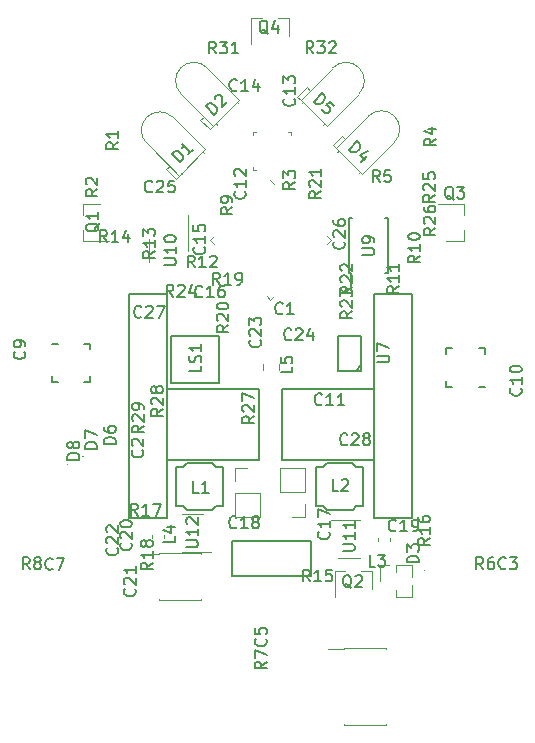
<source format=gto>
G04 #@! TF.GenerationSoftware,KiCad,Pcbnew,(5.0.1-3-g963ef8bb5)*
G04 #@! TF.CreationDate,2019-05-10T02:41:28+09:00*
G04 #@! TF.ProjectId,mouse_v2,6D6F7573655F76322E6B696361645F70,rev?*
G04 #@! TF.SameCoordinates,Original*
G04 #@! TF.FileFunction,Legend,Top*
G04 #@! TF.FilePolarity,Positive*
%FSLAX46Y46*%
G04 Gerber Fmt 4.6, Leading zero omitted, Abs format (unit mm)*
G04 Created by KiCad (PCBNEW (5.0.1-3-g963ef8bb5)) date 2019年05月10日 金曜日 02:41:28*
%MOMM*%
%LPD*%
G01*
G04 APERTURE LIST*
%ADD10C,0.200000*%
%ADD11C,0.100000*%
%ADD12C,0.150000*%
%ADD13C,0.120000*%
G04 APERTURE END LIST*
D10*
X150270000Y-114140000D02*
X142470000Y-114140000D01*
X150270000Y-120140000D02*
X150270000Y-114140000D01*
X142470000Y-120140000D02*
X150270000Y-120140000D01*
X152270000Y-114140000D02*
X160070000Y-114140000D01*
X152270000Y-120140000D02*
X152270000Y-114140000D01*
X160070000Y-120140000D02*
X152270000Y-120140000D01*
X163270000Y-125090000D02*
X163270000Y-106090000D01*
X160070000Y-125090000D02*
X163270000Y-125090000D01*
X160070000Y-106090000D02*
X160070000Y-125090000D01*
X163270000Y-106090000D02*
X160070000Y-106090000D01*
X142470000Y-106090000D02*
X139270000Y-106090000D01*
X142470000Y-125090000D02*
X142470000Y-106090000D01*
X139270000Y-125090000D02*
X142470000Y-125090000D01*
X139270000Y-106090000D02*
X139270000Y-125090000D01*
D11*
G04 #@! TO.C,D8*
X134090000Y-120525000D02*
G75*
G03X134090000Y-120525000I-50000J0D01*
G01*
D12*
G04 #@! TO.C,U7*
X158470000Y-112610000D02*
X158970000Y-112110000D01*
X156970000Y-112610000D02*
X158970000Y-112610000D01*
X158970000Y-112610000D02*
X158970000Y-109610000D01*
X158970000Y-109610000D02*
X156970000Y-109610000D01*
X156970000Y-109610000D02*
X156970000Y-112610000D01*
G04 #@! TO.C,*
X147990000Y-127040000D02*
X147990000Y-129940000D01*
X147990000Y-129940000D02*
X154690000Y-129940000D01*
X154690000Y-129940000D02*
X154690000Y-127040000D01*
X154690000Y-127040000D02*
X147990000Y-127040000D01*
D13*
X156039435Y-101174124D02*
X156375311Y-101510000D01*
X156375311Y-101510000D02*
X156039435Y-101845876D01*
X146500565Y-101845876D02*
X146164689Y-101510000D01*
X146164689Y-101510000D02*
X146500565Y-101174124D01*
X150934124Y-106279435D02*
X151270000Y-106615311D01*
X151270000Y-106615311D02*
X151605876Y-106279435D01*
X151605876Y-96740565D02*
X151270000Y-96404689D01*
G04 #@! TO.C,D1*
X143810273Y-95942376D02*
X143810273Y-95942376D01*
X143718350Y-95850452D02*
X143810273Y-95942376D01*
X143718350Y-95850452D02*
X143718350Y-95850452D01*
X143810273Y-95942376D02*
X143718350Y-95850452D01*
X145606325Y-94146325D02*
X145606325Y-94146325D01*
X145514401Y-94054401D02*
X145606325Y-94146325D01*
X145514401Y-94054401D02*
X145514401Y-94054401D01*
X145606325Y-94146325D02*
X145514401Y-94054401D01*
X143513289Y-96055513D02*
X143230446Y-96338356D01*
X142721329Y-95263553D02*
X143513289Y-96055513D01*
X142438486Y-95546396D02*
X142721329Y-95263553D01*
X143230446Y-96338356D02*
X142438486Y-95546396D01*
X145719462Y-93849340D02*
X143513289Y-96055513D01*
X143513289Y-96055513D02*
X140783856Y-93326081D01*
X145719462Y-93849340D02*
X142990030Y-91119908D01*
X140783856Y-93326080D02*
G75*
G02X142990030Y-91119908I1103087J1103086D01*
G01*
G04 #@! TO.C,D2*
X143683856Y-89126080D02*
G75*
G02X145890030Y-86919908I1103087J1103086D01*
G01*
X148619462Y-89649340D02*
X145890030Y-86919908D01*
X146413289Y-91855513D02*
X143683856Y-89126081D01*
X148619462Y-89649340D02*
X146413289Y-91855513D01*
X146130446Y-92138356D02*
X145338486Y-91346396D01*
X145338486Y-91346396D02*
X145621329Y-91063553D01*
X145621329Y-91063553D02*
X146413289Y-91855513D01*
X146413289Y-91855513D02*
X146130446Y-92138356D01*
X148506325Y-89946325D02*
X148414401Y-89854401D01*
X148414401Y-89854401D02*
X148414401Y-89854401D01*
X148414401Y-89854401D02*
X148506325Y-89946325D01*
X148506325Y-89946325D02*
X148506325Y-89946325D01*
X146710273Y-91742376D02*
X146618350Y-91650452D01*
X146618350Y-91650452D02*
X146618350Y-91650452D01*
X146618350Y-91650452D02*
X146710273Y-91742376D01*
X146710273Y-91742376D02*
X146710273Y-91742376D01*
D11*
G04 #@! TO.C,D3*
X164320000Y-129495000D02*
G75*
G03X164320000Y-129495000I-50000J0D01*
G01*
D13*
G04 #@! TO.C,D4*
X159553920Y-91023856D02*
G75*
G02X161760092Y-93230030I1103086J-1103087D01*
G01*
X159030660Y-95959462D02*
X161760092Y-93230030D01*
X156824487Y-93753289D02*
X159553919Y-91023856D01*
X159030660Y-95959462D02*
X156824487Y-93753289D01*
X156541644Y-93470446D02*
X157333604Y-92678486D01*
X157333604Y-92678486D02*
X157616447Y-92961329D01*
X157616447Y-92961329D02*
X156824487Y-93753289D01*
X156824487Y-93753289D02*
X156541644Y-93470446D01*
X158733675Y-95846325D02*
X158825599Y-95754401D01*
X158825599Y-95754401D02*
X158825599Y-95754401D01*
X158825599Y-95754401D02*
X158733675Y-95846325D01*
X158733675Y-95846325D02*
X158733675Y-95846325D01*
X156937624Y-94050273D02*
X157029548Y-93958350D01*
X157029548Y-93958350D02*
X157029548Y-93958350D01*
X157029548Y-93958350D02*
X156937624Y-94050273D01*
X156937624Y-94050273D02*
X156937624Y-94050273D01*
G04 #@! TO.C,D5*
X153937624Y-89950273D02*
X153937624Y-89950273D01*
X154029548Y-89858350D02*
X153937624Y-89950273D01*
X154029548Y-89858350D02*
X154029548Y-89858350D01*
X153937624Y-89950273D02*
X154029548Y-89858350D01*
X155733675Y-91746325D02*
X155733675Y-91746325D01*
X155825599Y-91654401D02*
X155733675Y-91746325D01*
X155825599Y-91654401D02*
X155825599Y-91654401D01*
X155733675Y-91746325D02*
X155825599Y-91654401D01*
X153824487Y-89653289D02*
X153541644Y-89370446D01*
X154616447Y-88861329D02*
X153824487Y-89653289D01*
X154333604Y-88578486D02*
X154616447Y-88861329D01*
X153541644Y-89370446D02*
X154333604Y-88578486D01*
X156030660Y-91859462D02*
X153824487Y-89653289D01*
X153824487Y-89653289D02*
X156553919Y-86923856D01*
X156030660Y-91859462D02*
X158760092Y-89130030D01*
X156553920Y-86923856D02*
G75*
G02X158760092Y-89130030I1103086J-1103087D01*
G01*
D11*
G04 #@! TO.C,D6*
X136850000Y-119115000D02*
G75*
G03X136850000Y-119115000I-50000J0D01*
G01*
G04 #@! TO.C,D7*
X135430000Y-119815000D02*
G75*
G03X135430000Y-119815000I-50000J0D01*
G01*
D13*
G04 #@! TO.C,*
X141855000Y-128045000D02*
X145385000Y-128045000D01*
X141855000Y-131975000D02*
X145385000Y-131975000D01*
X140530000Y-128110000D02*
X141855000Y-128110000D01*
X141855000Y-128045000D02*
X141855000Y-128110000D01*
X145385000Y-128045000D02*
X145385000Y-128110000D01*
X141855000Y-131910000D02*
X141855000Y-131975000D01*
X145385000Y-131910000D02*
X145385000Y-131975000D01*
X148240000Y-124968000D02*
X150360000Y-124968000D01*
X148240000Y-122908000D02*
X148240000Y-124968000D01*
X150360000Y-122908000D02*
X150360000Y-124968000D01*
X148240000Y-122908000D02*
X150360000Y-122908000D01*
X148240000Y-121908000D02*
X148240000Y-120848000D01*
X148240000Y-120848000D02*
X149300000Y-120848000D01*
X154170000Y-124936000D02*
X153110000Y-124936000D01*
X154170000Y-123876000D02*
X154170000Y-124936000D01*
X154170000Y-122876000D02*
X152050000Y-122876000D01*
X152050000Y-122876000D02*
X152050000Y-120816000D01*
X154170000Y-122876000D02*
X154170000Y-120816000D01*
X154170000Y-120816000D02*
X152050000Y-120816000D01*
X161905000Y-131720000D02*
X161905000Y-131150000D01*
X161905000Y-129630000D02*
X161905000Y-129060000D01*
X161905000Y-131720000D02*
X163235000Y-131720000D01*
X163235000Y-131720000D02*
X163235000Y-130697530D01*
X163235000Y-130082470D02*
X163235000Y-129060000D01*
X161905000Y-129060000D02*
X163235000Y-129060000D01*
X160510000Y-129060000D02*
X161270000Y-129060000D01*
X160510000Y-130390000D02*
X160510000Y-129060000D01*
X157505000Y-136075000D02*
X161035000Y-136075000D01*
X157505000Y-142545000D02*
X161035000Y-142545000D01*
X156180000Y-136140000D02*
X157505000Y-136140000D01*
X157505000Y-136075000D02*
X157505000Y-136140000D01*
X161035000Y-136075000D02*
X161035000Y-136140000D01*
X157505000Y-142480000D02*
X157505000Y-142545000D01*
X161035000Y-142480000D02*
X161035000Y-142545000D01*
G04 #@! TO.C,L3*
X160360000Y-127040279D02*
X160360000Y-126714721D01*
X161380000Y-127040279D02*
X161380000Y-126714721D01*
G04 #@! TO.C,L4*
X141260000Y-126459721D02*
X141260000Y-126785279D01*
X142280000Y-126459721D02*
X142280000Y-126785279D01*
G04 #@! TO.C,L5*
X152030000Y-112001422D02*
X152030000Y-112518578D01*
X150610000Y-112001422D02*
X150610000Y-112518578D01*
D12*
G04 #@! TO.C,LS1*
X142870000Y-113610000D02*
X146870000Y-113610000D01*
X146870000Y-113610000D02*
X146870000Y-109610000D01*
X146870000Y-109610000D02*
X142870000Y-109610000D01*
X142870000Y-109610000D02*
X142870000Y-113610000D01*
D13*
G04 #@! TO.C,Q1*
X135410000Y-98430000D02*
X136870000Y-98430000D01*
X135410000Y-101590000D02*
X137570000Y-101590000D01*
X135410000Y-101590000D02*
X135410000Y-100660000D01*
X135410000Y-98430000D02*
X135410000Y-99360000D01*
G04 #@! TO.C,Q2*
X159850000Y-129580000D02*
X158920000Y-129580000D01*
X156690000Y-129580000D02*
X157620000Y-129580000D01*
X156690000Y-129580000D02*
X156690000Y-131740000D01*
X159850000Y-129580000D02*
X159850000Y-131040000D01*
G04 #@! TO.C,Q3*
X167630000Y-101640000D02*
X167630000Y-100710000D01*
X167630000Y-98480000D02*
X167630000Y-99410000D01*
X167630000Y-98480000D02*
X165470000Y-98480000D01*
X167630000Y-101640000D02*
X166170000Y-101640000D01*
G04 #@! TO.C,Q4*
X152800000Y-82750000D02*
X152800000Y-84210000D01*
X149640000Y-82750000D02*
X149640000Y-84910000D01*
X149640000Y-82750000D02*
X150570000Y-82750000D01*
X152800000Y-82750000D02*
X151870000Y-82750000D01*
D12*
G04 #@! TO.C,*
X135995000Y-110285000D02*
X135995000Y-110785000D01*
X132745000Y-113535000D02*
X132745000Y-113035000D01*
X135995000Y-113535000D02*
X135995000Y-113035000D01*
X132745000Y-110285000D02*
X133245000Y-110285000D01*
X132745000Y-113535000D02*
X133245000Y-113535000D01*
X135995000Y-113535000D02*
X135495000Y-113535000D01*
X135995000Y-110285000D02*
X135495000Y-110285000D01*
X166145000Y-113935000D02*
X166645000Y-113935000D01*
X166145000Y-110685000D02*
X166645000Y-110685000D01*
X169395000Y-110685000D02*
X168895000Y-110685000D01*
X169395000Y-113935000D02*
X168895000Y-113935000D01*
X166145000Y-110685000D02*
X166145000Y-111185000D01*
X169395000Y-110685000D02*
X169395000Y-111185000D01*
X166145000Y-113935000D02*
X166145000Y-113435000D01*
D13*
X150010000Y-95620000D02*
X149760000Y-95620000D01*
X149760000Y-95620000D02*
X149760000Y-95370000D01*
X152730000Y-92400000D02*
X152980000Y-92400000D01*
X152980000Y-92400000D02*
X152980000Y-92650000D01*
X150010000Y-92400000D02*
X149760000Y-92400000D01*
X149760000Y-92400000D02*
X149760000Y-92650000D01*
X152730000Y-95620000D02*
X152980000Y-95620000D01*
G04 #@! TO.C,U10*
X141025000Y-103410000D02*
X141025000Y-101410000D01*
X144265000Y-102410000D02*
X144265000Y-99410000D01*
G04 #@! TO.C,U11*
X158820000Y-125230000D02*
X156370000Y-125230000D01*
X157020000Y-128450000D02*
X158820000Y-128450000D01*
G04 #@! TO.C,U12*
X145570000Y-124700000D02*
X143770000Y-124700000D01*
X143770000Y-127920000D02*
X146220000Y-127920000D01*
D12*
G04 #@! TO.C,L1*
X147260000Y-124060000D02*
X147260000Y-120760000D01*
X147260000Y-120760000D02*
X146660000Y-120760000D01*
X146660000Y-120760000D02*
X146310000Y-120410000D01*
X146310000Y-120410000D02*
X144160000Y-120410000D01*
X144160000Y-120410000D02*
X143860000Y-120760000D01*
X143860000Y-120760000D02*
X143260000Y-120760000D01*
X143260000Y-120760000D02*
X143260000Y-124060000D01*
X143260000Y-124060000D02*
X143860000Y-124060000D01*
X143860000Y-124060000D02*
X144210000Y-124410000D01*
X144210000Y-124410000D02*
X146310000Y-124410000D01*
X146310000Y-124410000D02*
X146660000Y-124060000D01*
X146660000Y-124060000D02*
X147260000Y-124060000D01*
G04 #@! TO.C,L2*
X155720000Y-120710000D02*
X155120000Y-120710000D01*
X156070000Y-120360000D02*
X155720000Y-120710000D01*
X158170000Y-120360000D02*
X156070000Y-120360000D01*
X158520000Y-120710000D02*
X158170000Y-120360000D01*
X159120000Y-120710000D02*
X158520000Y-120710000D01*
X159120000Y-124010000D02*
X159120000Y-120710000D01*
X158520000Y-124010000D02*
X159120000Y-124010000D01*
X158220000Y-124360000D02*
X158520000Y-124010000D01*
X156070000Y-124360000D02*
X158220000Y-124360000D01*
X155720000Y-124010000D02*
X156070000Y-124360000D01*
X155120000Y-124010000D02*
X155720000Y-124010000D01*
X155120000Y-120710000D02*
X155120000Y-124010000D01*
G04 #@! TO.C,U9*
X157945000Y-104335000D02*
X158045000Y-104335000D01*
X157945000Y-99685000D02*
X158145000Y-99685000D01*
X161195000Y-99685000D02*
X160995000Y-99685000D01*
X161195000Y-104335000D02*
X160995000Y-104335000D01*
X157945000Y-104335000D02*
X157945000Y-99685000D01*
X161195000Y-104335000D02*
X161195000Y-99685000D01*
X158045000Y-104335000D02*
X158045000Y-105685000D01*
G04 #@! TO.C,R14*
X137427142Y-101692380D02*
X137093809Y-101216190D01*
X136855714Y-101692380D02*
X136855714Y-100692380D01*
X137236666Y-100692380D01*
X137331904Y-100740000D01*
X137379523Y-100787619D01*
X137427142Y-100882857D01*
X137427142Y-101025714D01*
X137379523Y-101120952D01*
X137331904Y-101168571D01*
X137236666Y-101216190D01*
X136855714Y-101216190D01*
X138379523Y-101692380D02*
X137808095Y-101692380D01*
X138093809Y-101692380D02*
X138093809Y-100692380D01*
X137998571Y-100835238D01*
X137903333Y-100930476D01*
X137808095Y-100978095D01*
X139236666Y-101025714D02*
X139236666Y-101692380D01*
X138998571Y-100644761D02*
X138760476Y-101359047D01*
X139379523Y-101359047D01*
G04 #@! TO.C,D8*
X135082380Y-120108095D02*
X134082380Y-120108095D01*
X134082380Y-119870000D01*
X134130000Y-119727142D01*
X134225238Y-119631904D01*
X134320476Y-119584285D01*
X134510952Y-119536666D01*
X134653809Y-119536666D01*
X134844285Y-119584285D01*
X134939523Y-119631904D01*
X135034761Y-119727142D01*
X135082380Y-119870000D01*
X135082380Y-120108095D01*
X134510952Y-118965238D02*
X134463333Y-119060476D01*
X134415714Y-119108095D01*
X134320476Y-119155714D01*
X134272857Y-119155714D01*
X134177619Y-119108095D01*
X134130000Y-119060476D01*
X134082380Y-118965238D01*
X134082380Y-118774761D01*
X134130000Y-118679523D01*
X134177619Y-118631904D01*
X134272857Y-118584285D01*
X134320476Y-118584285D01*
X134415714Y-118631904D01*
X134463333Y-118679523D01*
X134510952Y-118774761D01*
X134510952Y-118965238D01*
X134558571Y-119060476D01*
X134606190Y-119108095D01*
X134701428Y-119155714D01*
X134891904Y-119155714D01*
X134987142Y-119108095D01*
X135034761Y-119060476D01*
X135082380Y-118965238D01*
X135082380Y-118774761D01*
X135034761Y-118679523D01*
X134987142Y-118631904D01*
X134891904Y-118584285D01*
X134701428Y-118584285D01*
X134606190Y-118631904D01*
X134558571Y-118679523D01*
X134510952Y-118774761D01*
G04 #@! TO.C,U7*
X160322380Y-111871904D02*
X161131904Y-111871904D01*
X161227142Y-111824285D01*
X161274761Y-111776666D01*
X161322380Y-111681428D01*
X161322380Y-111490952D01*
X161274761Y-111395714D01*
X161227142Y-111348095D01*
X161131904Y-111300476D01*
X160322380Y-111300476D01*
X160322380Y-110919523D02*
X160322380Y-110252857D01*
X161322380Y-110681428D01*
G04 #@! TO.C,*
G04 #@! TO.C,C1*
X152293333Y-107707142D02*
X152245714Y-107754761D01*
X152102857Y-107802380D01*
X152007619Y-107802380D01*
X151864761Y-107754761D01*
X151769523Y-107659523D01*
X151721904Y-107564285D01*
X151674285Y-107373809D01*
X151674285Y-107230952D01*
X151721904Y-107040476D01*
X151769523Y-106945238D01*
X151864761Y-106850000D01*
X152007619Y-106802380D01*
X152102857Y-106802380D01*
X152245714Y-106850000D01*
X152293333Y-106897619D01*
X153245714Y-107802380D02*
X152674285Y-107802380D01*
X152960000Y-107802380D02*
X152960000Y-106802380D01*
X152864761Y-106945238D01*
X152769523Y-107040476D01*
X152674285Y-107088095D01*
G04 #@! TO.C,C2*
X140417142Y-119311666D02*
X140464761Y-119359285D01*
X140512380Y-119502142D01*
X140512380Y-119597380D01*
X140464761Y-119740238D01*
X140369523Y-119835476D01*
X140274285Y-119883095D01*
X140083809Y-119930714D01*
X139940952Y-119930714D01*
X139750476Y-119883095D01*
X139655238Y-119835476D01*
X139560000Y-119740238D01*
X139512380Y-119597380D01*
X139512380Y-119502142D01*
X139560000Y-119359285D01*
X139607619Y-119311666D01*
X139607619Y-118930714D02*
X139560000Y-118883095D01*
X139512380Y-118787857D01*
X139512380Y-118549761D01*
X139560000Y-118454523D01*
X139607619Y-118406904D01*
X139702857Y-118359285D01*
X139798095Y-118359285D01*
X139940952Y-118406904D01*
X140512380Y-118978333D01*
X140512380Y-118359285D01*
G04 #@! TO.C,C3*
X171188333Y-129287142D02*
X171140714Y-129334761D01*
X170997857Y-129382380D01*
X170902619Y-129382380D01*
X170759761Y-129334761D01*
X170664523Y-129239523D01*
X170616904Y-129144285D01*
X170569285Y-128953809D01*
X170569285Y-128810952D01*
X170616904Y-128620476D01*
X170664523Y-128525238D01*
X170759761Y-128430000D01*
X170902619Y-128382380D01*
X170997857Y-128382380D01*
X171140714Y-128430000D01*
X171188333Y-128477619D01*
X171521666Y-128382380D02*
X172140714Y-128382380D01*
X171807380Y-128763333D01*
X171950238Y-128763333D01*
X172045476Y-128810952D01*
X172093095Y-128858571D01*
X172140714Y-128953809D01*
X172140714Y-129191904D01*
X172093095Y-129287142D01*
X172045476Y-129334761D01*
X171950238Y-129382380D01*
X171664523Y-129382380D01*
X171569285Y-129334761D01*
X171521666Y-129287142D01*
G04 #@! TO.C,C5*
X150847142Y-135291666D02*
X150894761Y-135339285D01*
X150942380Y-135482142D01*
X150942380Y-135577380D01*
X150894761Y-135720238D01*
X150799523Y-135815476D01*
X150704285Y-135863095D01*
X150513809Y-135910714D01*
X150370952Y-135910714D01*
X150180476Y-135863095D01*
X150085238Y-135815476D01*
X149990000Y-135720238D01*
X149942380Y-135577380D01*
X149942380Y-135482142D01*
X149990000Y-135339285D01*
X150037619Y-135291666D01*
X149942380Y-134386904D02*
X149942380Y-134863095D01*
X150418571Y-134910714D01*
X150370952Y-134863095D01*
X150323333Y-134767857D01*
X150323333Y-134529761D01*
X150370952Y-134434523D01*
X150418571Y-134386904D01*
X150513809Y-134339285D01*
X150751904Y-134339285D01*
X150847142Y-134386904D01*
X150894761Y-134434523D01*
X150942380Y-134529761D01*
X150942380Y-134767857D01*
X150894761Y-134863095D01*
X150847142Y-134910714D01*
G04 #@! TO.C,C7*
X132823333Y-129347142D02*
X132775714Y-129394761D01*
X132632857Y-129442380D01*
X132537619Y-129442380D01*
X132394761Y-129394761D01*
X132299523Y-129299523D01*
X132251904Y-129204285D01*
X132204285Y-129013809D01*
X132204285Y-128870952D01*
X132251904Y-128680476D01*
X132299523Y-128585238D01*
X132394761Y-128490000D01*
X132537619Y-128442380D01*
X132632857Y-128442380D01*
X132775714Y-128490000D01*
X132823333Y-128537619D01*
X133156666Y-128442380D02*
X133823333Y-128442380D01*
X133394761Y-129442380D01*
G04 #@! TO.C,C9*
X130427142Y-110976666D02*
X130474761Y-111024285D01*
X130522380Y-111167142D01*
X130522380Y-111262380D01*
X130474761Y-111405238D01*
X130379523Y-111500476D01*
X130284285Y-111548095D01*
X130093809Y-111595714D01*
X129950952Y-111595714D01*
X129760476Y-111548095D01*
X129665238Y-111500476D01*
X129570000Y-111405238D01*
X129522380Y-111262380D01*
X129522380Y-111167142D01*
X129570000Y-111024285D01*
X129617619Y-110976666D01*
X130522380Y-110500476D02*
X130522380Y-110310000D01*
X130474761Y-110214761D01*
X130427142Y-110167142D01*
X130284285Y-110071904D01*
X130093809Y-110024285D01*
X129712857Y-110024285D01*
X129617619Y-110071904D01*
X129570000Y-110119523D01*
X129522380Y-110214761D01*
X129522380Y-110405238D01*
X129570000Y-110500476D01*
X129617619Y-110548095D01*
X129712857Y-110595714D01*
X129950952Y-110595714D01*
X130046190Y-110548095D01*
X130093809Y-110500476D01*
X130141428Y-110405238D01*
X130141428Y-110214761D01*
X130093809Y-110119523D01*
X130046190Y-110071904D01*
X129950952Y-110024285D01*
G04 #@! TO.C,C10*
X172437142Y-114062857D02*
X172484761Y-114110476D01*
X172532380Y-114253333D01*
X172532380Y-114348571D01*
X172484761Y-114491428D01*
X172389523Y-114586666D01*
X172294285Y-114634285D01*
X172103809Y-114681904D01*
X171960952Y-114681904D01*
X171770476Y-114634285D01*
X171675238Y-114586666D01*
X171580000Y-114491428D01*
X171532380Y-114348571D01*
X171532380Y-114253333D01*
X171580000Y-114110476D01*
X171627619Y-114062857D01*
X172532380Y-113110476D02*
X172532380Y-113681904D01*
X172532380Y-113396190D02*
X171532380Y-113396190D01*
X171675238Y-113491428D01*
X171770476Y-113586666D01*
X171818095Y-113681904D01*
X171532380Y-112491428D02*
X171532380Y-112396190D01*
X171580000Y-112300952D01*
X171627619Y-112253333D01*
X171722857Y-112205714D01*
X171913333Y-112158095D01*
X172151428Y-112158095D01*
X172341904Y-112205714D01*
X172437142Y-112253333D01*
X172484761Y-112300952D01*
X172532380Y-112396190D01*
X172532380Y-112491428D01*
X172484761Y-112586666D01*
X172437142Y-112634285D01*
X172341904Y-112681904D01*
X172151428Y-112729523D01*
X171913333Y-112729523D01*
X171722857Y-112681904D01*
X171627619Y-112634285D01*
X171580000Y-112586666D01*
X171532380Y-112491428D01*
G04 #@! TO.C,C11*
X155627142Y-115417142D02*
X155579523Y-115464761D01*
X155436666Y-115512380D01*
X155341428Y-115512380D01*
X155198571Y-115464761D01*
X155103333Y-115369523D01*
X155055714Y-115274285D01*
X155008095Y-115083809D01*
X155008095Y-114940952D01*
X155055714Y-114750476D01*
X155103333Y-114655238D01*
X155198571Y-114560000D01*
X155341428Y-114512380D01*
X155436666Y-114512380D01*
X155579523Y-114560000D01*
X155627142Y-114607619D01*
X156579523Y-115512380D02*
X156008095Y-115512380D01*
X156293809Y-115512380D02*
X156293809Y-114512380D01*
X156198571Y-114655238D01*
X156103333Y-114750476D01*
X156008095Y-114798095D01*
X157531904Y-115512380D02*
X156960476Y-115512380D01*
X157246190Y-115512380D02*
X157246190Y-114512380D01*
X157150952Y-114655238D01*
X157055714Y-114750476D01*
X156960476Y-114798095D01*
G04 #@! TO.C,C12*
X149087142Y-97402857D02*
X149134761Y-97450476D01*
X149182380Y-97593333D01*
X149182380Y-97688571D01*
X149134761Y-97831428D01*
X149039523Y-97926666D01*
X148944285Y-97974285D01*
X148753809Y-98021904D01*
X148610952Y-98021904D01*
X148420476Y-97974285D01*
X148325238Y-97926666D01*
X148230000Y-97831428D01*
X148182380Y-97688571D01*
X148182380Y-97593333D01*
X148230000Y-97450476D01*
X148277619Y-97402857D01*
X149182380Y-96450476D02*
X149182380Y-97021904D01*
X149182380Y-96736190D02*
X148182380Y-96736190D01*
X148325238Y-96831428D01*
X148420476Y-96926666D01*
X148468095Y-97021904D01*
X148277619Y-96069523D02*
X148230000Y-96021904D01*
X148182380Y-95926666D01*
X148182380Y-95688571D01*
X148230000Y-95593333D01*
X148277619Y-95545714D01*
X148372857Y-95498095D01*
X148468095Y-95498095D01*
X148610952Y-95545714D01*
X149182380Y-96117142D01*
X149182380Y-95498095D01*
G04 #@! TO.C,C13*
X153257142Y-89542857D02*
X153304761Y-89590476D01*
X153352380Y-89733333D01*
X153352380Y-89828571D01*
X153304761Y-89971428D01*
X153209523Y-90066666D01*
X153114285Y-90114285D01*
X152923809Y-90161904D01*
X152780952Y-90161904D01*
X152590476Y-90114285D01*
X152495238Y-90066666D01*
X152400000Y-89971428D01*
X152352380Y-89828571D01*
X152352380Y-89733333D01*
X152400000Y-89590476D01*
X152447619Y-89542857D01*
X153352380Y-88590476D02*
X153352380Y-89161904D01*
X153352380Y-88876190D02*
X152352380Y-88876190D01*
X152495238Y-88971428D01*
X152590476Y-89066666D01*
X152638095Y-89161904D01*
X152352380Y-88257142D02*
X152352380Y-87638095D01*
X152733333Y-87971428D01*
X152733333Y-87828571D01*
X152780952Y-87733333D01*
X152828571Y-87685714D01*
X152923809Y-87638095D01*
X153161904Y-87638095D01*
X153257142Y-87685714D01*
X153304761Y-87733333D01*
X153352380Y-87828571D01*
X153352380Y-88114285D01*
X153304761Y-88209523D01*
X153257142Y-88257142D01*
G04 #@! TO.C,C14*
X148417142Y-88817142D02*
X148369523Y-88864761D01*
X148226666Y-88912380D01*
X148131428Y-88912380D01*
X147988571Y-88864761D01*
X147893333Y-88769523D01*
X147845714Y-88674285D01*
X147798095Y-88483809D01*
X147798095Y-88340952D01*
X147845714Y-88150476D01*
X147893333Y-88055238D01*
X147988571Y-87960000D01*
X148131428Y-87912380D01*
X148226666Y-87912380D01*
X148369523Y-87960000D01*
X148417142Y-88007619D01*
X149369523Y-88912380D02*
X148798095Y-88912380D01*
X149083809Y-88912380D02*
X149083809Y-87912380D01*
X148988571Y-88055238D01*
X148893333Y-88150476D01*
X148798095Y-88198095D01*
X150226666Y-88245714D02*
X150226666Y-88912380D01*
X149988571Y-87864761D02*
X149750476Y-88579047D01*
X150369523Y-88579047D01*
G04 #@! TO.C,C15*
X145647142Y-102112857D02*
X145694761Y-102160476D01*
X145742380Y-102303333D01*
X145742380Y-102398571D01*
X145694761Y-102541428D01*
X145599523Y-102636666D01*
X145504285Y-102684285D01*
X145313809Y-102731904D01*
X145170952Y-102731904D01*
X144980476Y-102684285D01*
X144885238Y-102636666D01*
X144790000Y-102541428D01*
X144742380Y-102398571D01*
X144742380Y-102303333D01*
X144790000Y-102160476D01*
X144837619Y-102112857D01*
X145742380Y-101160476D02*
X145742380Y-101731904D01*
X145742380Y-101446190D02*
X144742380Y-101446190D01*
X144885238Y-101541428D01*
X144980476Y-101636666D01*
X145028095Y-101731904D01*
X144742380Y-100255714D02*
X144742380Y-100731904D01*
X145218571Y-100779523D01*
X145170952Y-100731904D01*
X145123333Y-100636666D01*
X145123333Y-100398571D01*
X145170952Y-100303333D01*
X145218571Y-100255714D01*
X145313809Y-100208095D01*
X145551904Y-100208095D01*
X145647142Y-100255714D01*
X145694761Y-100303333D01*
X145742380Y-100398571D01*
X145742380Y-100636666D01*
X145694761Y-100731904D01*
X145647142Y-100779523D01*
G04 #@! TO.C,C16*
X145497142Y-106287142D02*
X145449523Y-106334761D01*
X145306666Y-106382380D01*
X145211428Y-106382380D01*
X145068571Y-106334761D01*
X144973333Y-106239523D01*
X144925714Y-106144285D01*
X144878095Y-105953809D01*
X144878095Y-105810952D01*
X144925714Y-105620476D01*
X144973333Y-105525238D01*
X145068571Y-105430000D01*
X145211428Y-105382380D01*
X145306666Y-105382380D01*
X145449523Y-105430000D01*
X145497142Y-105477619D01*
X146449523Y-106382380D02*
X145878095Y-106382380D01*
X146163809Y-106382380D02*
X146163809Y-105382380D01*
X146068571Y-105525238D01*
X145973333Y-105620476D01*
X145878095Y-105668095D01*
X147306666Y-105382380D02*
X147116190Y-105382380D01*
X147020952Y-105430000D01*
X146973333Y-105477619D01*
X146878095Y-105620476D01*
X146830476Y-105810952D01*
X146830476Y-106191904D01*
X146878095Y-106287142D01*
X146925714Y-106334761D01*
X147020952Y-106382380D01*
X147211428Y-106382380D01*
X147306666Y-106334761D01*
X147354285Y-106287142D01*
X147401904Y-106191904D01*
X147401904Y-105953809D01*
X147354285Y-105858571D01*
X147306666Y-105810952D01*
X147211428Y-105763333D01*
X147020952Y-105763333D01*
X146925714Y-105810952D01*
X146878095Y-105858571D01*
X146830476Y-105953809D01*
G04 #@! TO.C,C17*
X156187142Y-126232857D02*
X156234761Y-126280476D01*
X156282380Y-126423333D01*
X156282380Y-126518571D01*
X156234761Y-126661428D01*
X156139523Y-126756666D01*
X156044285Y-126804285D01*
X155853809Y-126851904D01*
X155710952Y-126851904D01*
X155520476Y-126804285D01*
X155425238Y-126756666D01*
X155330000Y-126661428D01*
X155282380Y-126518571D01*
X155282380Y-126423333D01*
X155330000Y-126280476D01*
X155377619Y-126232857D01*
X156282380Y-125280476D02*
X156282380Y-125851904D01*
X156282380Y-125566190D02*
X155282380Y-125566190D01*
X155425238Y-125661428D01*
X155520476Y-125756666D01*
X155568095Y-125851904D01*
X155282380Y-124947142D02*
X155282380Y-124280476D01*
X156282380Y-124709047D01*
G04 #@! TO.C,C18*
X148377142Y-125827142D02*
X148329523Y-125874761D01*
X148186666Y-125922380D01*
X148091428Y-125922380D01*
X147948571Y-125874761D01*
X147853333Y-125779523D01*
X147805714Y-125684285D01*
X147758095Y-125493809D01*
X147758095Y-125350952D01*
X147805714Y-125160476D01*
X147853333Y-125065238D01*
X147948571Y-124970000D01*
X148091428Y-124922380D01*
X148186666Y-124922380D01*
X148329523Y-124970000D01*
X148377142Y-125017619D01*
X149329523Y-125922380D02*
X148758095Y-125922380D01*
X149043809Y-125922380D02*
X149043809Y-124922380D01*
X148948571Y-125065238D01*
X148853333Y-125160476D01*
X148758095Y-125208095D01*
X149900952Y-125350952D02*
X149805714Y-125303333D01*
X149758095Y-125255714D01*
X149710476Y-125160476D01*
X149710476Y-125112857D01*
X149758095Y-125017619D01*
X149805714Y-124970000D01*
X149900952Y-124922380D01*
X150091428Y-124922380D01*
X150186666Y-124970000D01*
X150234285Y-125017619D01*
X150281904Y-125112857D01*
X150281904Y-125160476D01*
X150234285Y-125255714D01*
X150186666Y-125303333D01*
X150091428Y-125350952D01*
X149900952Y-125350952D01*
X149805714Y-125398571D01*
X149758095Y-125446190D01*
X149710476Y-125541428D01*
X149710476Y-125731904D01*
X149758095Y-125827142D01*
X149805714Y-125874761D01*
X149900952Y-125922380D01*
X150091428Y-125922380D01*
X150186666Y-125874761D01*
X150234285Y-125827142D01*
X150281904Y-125731904D01*
X150281904Y-125541428D01*
X150234285Y-125446190D01*
X150186666Y-125398571D01*
X150091428Y-125350952D01*
G04 #@! TO.C,C19*
X161887142Y-126087142D02*
X161839523Y-126134761D01*
X161696666Y-126182380D01*
X161601428Y-126182380D01*
X161458571Y-126134761D01*
X161363333Y-126039523D01*
X161315714Y-125944285D01*
X161268095Y-125753809D01*
X161268095Y-125610952D01*
X161315714Y-125420476D01*
X161363333Y-125325238D01*
X161458571Y-125230000D01*
X161601428Y-125182380D01*
X161696666Y-125182380D01*
X161839523Y-125230000D01*
X161887142Y-125277619D01*
X162839523Y-126182380D02*
X162268095Y-126182380D01*
X162553809Y-126182380D02*
X162553809Y-125182380D01*
X162458571Y-125325238D01*
X162363333Y-125420476D01*
X162268095Y-125468095D01*
X163315714Y-126182380D02*
X163506190Y-126182380D01*
X163601428Y-126134761D01*
X163649047Y-126087142D01*
X163744285Y-125944285D01*
X163791904Y-125753809D01*
X163791904Y-125372857D01*
X163744285Y-125277619D01*
X163696666Y-125230000D01*
X163601428Y-125182380D01*
X163410952Y-125182380D01*
X163315714Y-125230000D01*
X163268095Y-125277619D01*
X163220476Y-125372857D01*
X163220476Y-125610952D01*
X163268095Y-125706190D01*
X163315714Y-125753809D01*
X163410952Y-125801428D01*
X163601428Y-125801428D01*
X163696666Y-125753809D01*
X163744285Y-125706190D01*
X163791904Y-125610952D01*
G04 #@! TO.C,C20*
X139435142Y-127164857D02*
X139482761Y-127212476D01*
X139530380Y-127355333D01*
X139530380Y-127450571D01*
X139482761Y-127593428D01*
X139387523Y-127688666D01*
X139292285Y-127736285D01*
X139101809Y-127783904D01*
X138958952Y-127783904D01*
X138768476Y-127736285D01*
X138673238Y-127688666D01*
X138578000Y-127593428D01*
X138530380Y-127450571D01*
X138530380Y-127355333D01*
X138578000Y-127212476D01*
X138625619Y-127164857D01*
X138625619Y-126783904D02*
X138578000Y-126736285D01*
X138530380Y-126641047D01*
X138530380Y-126402952D01*
X138578000Y-126307714D01*
X138625619Y-126260095D01*
X138720857Y-126212476D01*
X138816095Y-126212476D01*
X138958952Y-126260095D01*
X139530380Y-126831523D01*
X139530380Y-126212476D01*
X138530380Y-125593428D02*
X138530380Y-125498190D01*
X138578000Y-125402952D01*
X138625619Y-125355333D01*
X138720857Y-125307714D01*
X138911333Y-125260095D01*
X139149428Y-125260095D01*
X139339904Y-125307714D01*
X139435142Y-125355333D01*
X139482761Y-125402952D01*
X139530380Y-125498190D01*
X139530380Y-125593428D01*
X139482761Y-125688666D01*
X139435142Y-125736285D01*
X139339904Y-125783904D01*
X139149428Y-125831523D01*
X138911333Y-125831523D01*
X138720857Y-125783904D01*
X138625619Y-125736285D01*
X138578000Y-125688666D01*
X138530380Y-125593428D01*
G04 #@! TO.C,C21*
X139757142Y-131052857D02*
X139804761Y-131100476D01*
X139852380Y-131243333D01*
X139852380Y-131338571D01*
X139804761Y-131481428D01*
X139709523Y-131576666D01*
X139614285Y-131624285D01*
X139423809Y-131671904D01*
X139280952Y-131671904D01*
X139090476Y-131624285D01*
X138995238Y-131576666D01*
X138900000Y-131481428D01*
X138852380Y-131338571D01*
X138852380Y-131243333D01*
X138900000Y-131100476D01*
X138947619Y-131052857D01*
X138947619Y-130671904D02*
X138900000Y-130624285D01*
X138852380Y-130529047D01*
X138852380Y-130290952D01*
X138900000Y-130195714D01*
X138947619Y-130148095D01*
X139042857Y-130100476D01*
X139138095Y-130100476D01*
X139280952Y-130148095D01*
X139852380Y-130719523D01*
X139852380Y-130100476D01*
X139852380Y-129148095D02*
X139852380Y-129719523D01*
X139852380Y-129433809D02*
X138852380Y-129433809D01*
X138995238Y-129529047D01*
X139090476Y-129624285D01*
X139138095Y-129719523D01*
G04 #@! TO.C,C22*
X138277142Y-127582857D02*
X138324761Y-127630476D01*
X138372380Y-127773333D01*
X138372380Y-127868571D01*
X138324761Y-128011428D01*
X138229523Y-128106666D01*
X138134285Y-128154285D01*
X137943809Y-128201904D01*
X137800952Y-128201904D01*
X137610476Y-128154285D01*
X137515238Y-128106666D01*
X137420000Y-128011428D01*
X137372380Y-127868571D01*
X137372380Y-127773333D01*
X137420000Y-127630476D01*
X137467619Y-127582857D01*
X137467619Y-127201904D02*
X137420000Y-127154285D01*
X137372380Y-127059047D01*
X137372380Y-126820952D01*
X137420000Y-126725714D01*
X137467619Y-126678095D01*
X137562857Y-126630476D01*
X137658095Y-126630476D01*
X137800952Y-126678095D01*
X138372380Y-127249523D01*
X138372380Y-126630476D01*
X137467619Y-126249523D02*
X137420000Y-126201904D01*
X137372380Y-126106666D01*
X137372380Y-125868571D01*
X137420000Y-125773333D01*
X137467619Y-125725714D01*
X137562857Y-125678095D01*
X137658095Y-125678095D01*
X137800952Y-125725714D01*
X138372380Y-126297142D01*
X138372380Y-125678095D01*
G04 #@! TO.C,C23*
X150377142Y-109982857D02*
X150424761Y-110030476D01*
X150472380Y-110173333D01*
X150472380Y-110268571D01*
X150424761Y-110411428D01*
X150329523Y-110506666D01*
X150234285Y-110554285D01*
X150043809Y-110601904D01*
X149900952Y-110601904D01*
X149710476Y-110554285D01*
X149615238Y-110506666D01*
X149520000Y-110411428D01*
X149472380Y-110268571D01*
X149472380Y-110173333D01*
X149520000Y-110030476D01*
X149567619Y-109982857D01*
X149567619Y-109601904D02*
X149520000Y-109554285D01*
X149472380Y-109459047D01*
X149472380Y-109220952D01*
X149520000Y-109125714D01*
X149567619Y-109078095D01*
X149662857Y-109030476D01*
X149758095Y-109030476D01*
X149900952Y-109078095D01*
X150472380Y-109649523D01*
X150472380Y-109030476D01*
X149472380Y-108697142D02*
X149472380Y-108078095D01*
X149853333Y-108411428D01*
X149853333Y-108268571D01*
X149900952Y-108173333D01*
X149948571Y-108125714D01*
X150043809Y-108078095D01*
X150281904Y-108078095D01*
X150377142Y-108125714D01*
X150424761Y-108173333D01*
X150472380Y-108268571D01*
X150472380Y-108554285D01*
X150424761Y-108649523D01*
X150377142Y-108697142D01*
G04 #@! TO.C,C24*
X153027142Y-109907142D02*
X152979523Y-109954761D01*
X152836666Y-110002380D01*
X152741428Y-110002380D01*
X152598571Y-109954761D01*
X152503333Y-109859523D01*
X152455714Y-109764285D01*
X152408095Y-109573809D01*
X152408095Y-109430952D01*
X152455714Y-109240476D01*
X152503333Y-109145238D01*
X152598571Y-109050000D01*
X152741428Y-109002380D01*
X152836666Y-109002380D01*
X152979523Y-109050000D01*
X153027142Y-109097619D01*
X153408095Y-109097619D02*
X153455714Y-109050000D01*
X153550952Y-109002380D01*
X153789047Y-109002380D01*
X153884285Y-109050000D01*
X153931904Y-109097619D01*
X153979523Y-109192857D01*
X153979523Y-109288095D01*
X153931904Y-109430952D01*
X153360476Y-110002380D01*
X153979523Y-110002380D01*
X154836666Y-109335714D02*
X154836666Y-110002380D01*
X154598571Y-108954761D02*
X154360476Y-109669047D01*
X154979523Y-109669047D01*
G04 #@! TO.C,C25*
X141257142Y-97397142D02*
X141209523Y-97444761D01*
X141066666Y-97492380D01*
X140971428Y-97492380D01*
X140828571Y-97444761D01*
X140733333Y-97349523D01*
X140685714Y-97254285D01*
X140638095Y-97063809D01*
X140638095Y-96920952D01*
X140685714Y-96730476D01*
X140733333Y-96635238D01*
X140828571Y-96540000D01*
X140971428Y-96492380D01*
X141066666Y-96492380D01*
X141209523Y-96540000D01*
X141257142Y-96587619D01*
X141638095Y-96587619D02*
X141685714Y-96540000D01*
X141780952Y-96492380D01*
X142019047Y-96492380D01*
X142114285Y-96540000D01*
X142161904Y-96587619D01*
X142209523Y-96682857D01*
X142209523Y-96778095D01*
X142161904Y-96920952D01*
X141590476Y-97492380D01*
X142209523Y-97492380D01*
X143114285Y-96492380D02*
X142638095Y-96492380D01*
X142590476Y-96968571D01*
X142638095Y-96920952D01*
X142733333Y-96873333D01*
X142971428Y-96873333D01*
X143066666Y-96920952D01*
X143114285Y-96968571D01*
X143161904Y-97063809D01*
X143161904Y-97301904D01*
X143114285Y-97397142D01*
X143066666Y-97444761D01*
X142971428Y-97492380D01*
X142733333Y-97492380D01*
X142638095Y-97444761D01*
X142590476Y-97397142D01*
G04 #@! TO.C,C26*
X157487142Y-101652857D02*
X157534761Y-101700476D01*
X157582380Y-101843333D01*
X157582380Y-101938571D01*
X157534761Y-102081428D01*
X157439523Y-102176666D01*
X157344285Y-102224285D01*
X157153809Y-102271904D01*
X157010952Y-102271904D01*
X156820476Y-102224285D01*
X156725238Y-102176666D01*
X156630000Y-102081428D01*
X156582380Y-101938571D01*
X156582380Y-101843333D01*
X156630000Y-101700476D01*
X156677619Y-101652857D01*
X156677619Y-101271904D02*
X156630000Y-101224285D01*
X156582380Y-101129047D01*
X156582380Y-100890952D01*
X156630000Y-100795714D01*
X156677619Y-100748095D01*
X156772857Y-100700476D01*
X156868095Y-100700476D01*
X157010952Y-100748095D01*
X157582380Y-101319523D01*
X157582380Y-100700476D01*
X156582380Y-99843333D02*
X156582380Y-100033809D01*
X156630000Y-100129047D01*
X156677619Y-100176666D01*
X156820476Y-100271904D01*
X157010952Y-100319523D01*
X157391904Y-100319523D01*
X157487142Y-100271904D01*
X157534761Y-100224285D01*
X157582380Y-100129047D01*
X157582380Y-99938571D01*
X157534761Y-99843333D01*
X157487142Y-99795714D01*
X157391904Y-99748095D01*
X157153809Y-99748095D01*
X157058571Y-99795714D01*
X157010952Y-99843333D01*
X156963333Y-99938571D01*
X156963333Y-100129047D01*
X157010952Y-100224285D01*
X157058571Y-100271904D01*
X157153809Y-100319523D01*
G04 #@! TO.C,C27*
X140347142Y-107997142D02*
X140299523Y-108044761D01*
X140156666Y-108092380D01*
X140061428Y-108092380D01*
X139918571Y-108044761D01*
X139823333Y-107949523D01*
X139775714Y-107854285D01*
X139728095Y-107663809D01*
X139728095Y-107520952D01*
X139775714Y-107330476D01*
X139823333Y-107235238D01*
X139918571Y-107140000D01*
X140061428Y-107092380D01*
X140156666Y-107092380D01*
X140299523Y-107140000D01*
X140347142Y-107187619D01*
X140728095Y-107187619D02*
X140775714Y-107140000D01*
X140870952Y-107092380D01*
X141109047Y-107092380D01*
X141204285Y-107140000D01*
X141251904Y-107187619D01*
X141299523Y-107282857D01*
X141299523Y-107378095D01*
X141251904Y-107520952D01*
X140680476Y-108092380D01*
X141299523Y-108092380D01*
X141632857Y-107092380D02*
X142299523Y-107092380D01*
X141870952Y-108092380D01*
G04 #@! TO.C,C28*
X157777142Y-118797142D02*
X157729523Y-118844761D01*
X157586666Y-118892380D01*
X157491428Y-118892380D01*
X157348571Y-118844761D01*
X157253333Y-118749523D01*
X157205714Y-118654285D01*
X157158095Y-118463809D01*
X157158095Y-118320952D01*
X157205714Y-118130476D01*
X157253333Y-118035238D01*
X157348571Y-117940000D01*
X157491428Y-117892380D01*
X157586666Y-117892380D01*
X157729523Y-117940000D01*
X157777142Y-117987619D01*
X158158095Y-117987619D02*
X158205714Y-117940000D01*
X158300952Y-117892380D01*
X158539047Y-117892380D01*
X158634285Y-117940000D01*
X158681904Y-117987619D01*
X158729523Y-118082857D01*
X158729523Y-118178095D01*
X158681904Y-118320952D01*
X158110476Y-118892380D01*
X158729523Y-118892380D01*
X159300952Y-118320952D02*
X159205714Y-118273333D01*
X159158095Y-118225714D01*
X159110476Y-118130476D01*
X159110476Y-118082857D01*
X159158095Y-117987619D01*
X159205714Y-117940000D01*
X159300952Y-117892380D01*
X159491428Y-117892380D01*
X159586666Y-117940000D01*
X159634285Y-117987619D01*
X159681904Y-118082857D01*
X159681904Y-118130476D01*
X159634285Y-118225714D01*
X159586666Y-118273333D01*
X159491428Y-118320952D01*
X159300952Y-118320952D01*
X159205714Y-118368571D01*
X159158095Y-118416190D01*
X159110476Y-118511428D01*
X159110476Y-118701904D01*
X159158095Y-118797142D01*
X159205714Y-118844761D01*
X159300952Y-118892380D01*
X159491428Y-118892380D01*
X159586666Y-118844761D01*
X159634285Y-118797142D01*
X159681904Y-118701904D01*
X159681904Y-118511428D01*
X159634285Y-118416190D01*
X159586666Y-118368571D01*
X159491428Y-118320952D01*
G04 #@! TO.C,D1*
X143617969Y-94931793D02*
X142910862Y-94224687D01*
X143079221Y-94056328D01*
X143213908Y-93988984D01*
X143348595Y-93988984D01*
X143449610Y-94022656D01*
X143617969Y-94123671D01*
X143718984Y-94224687D01*
X143820000Y-94393045D01*
X143853671Y-94494061D01*
X143853671Y-94628748D01*
X143786328Y-94763435D01*
X143617969Y-94931793D01*
X144695465Y-93854297D02*
X144291404Y-94258358D01*
X144493435Y-94056328D02*
X143786328Y-93349221D01*
X143820000Y-93517580D01*
X143820000Y-93652267D01*
X143786328Y-93753282D01*
G04 #@! TO.C,D2*
X146507969Y-90891793D02*
X145800862Y-90184687D01*
X145969221Y-90016328D01*
X146103908Y-89948984D01*
X146238595Y-89948984D01*
X146339610Y-89982656D01*
X146507969Y-90083671D01*
X146608984Y-90184687D01*
X146710000Y-90353045D01*
X146743671Y-90454061D01*
X146743671Y-90588748D01*
X146676328Y-90723435D01*
X146507969Y-90891793D01*
X146541641Y-89578595D02*
X146541641Y-89511251D01*
X146575312Y-89410236D01*
X146743671Y-89241877D01*
X146844687Y-89208206D01*
X146912030Y-89208206D01*
X147013045Y-89241877D01*
X147080389Y-89309221D01*
X147147732Y-89443908D01*
X147147732Y-90252030D01*
X147585465Y-89814297D01*
G04 #@! TO.C,D3*
X163812380Y-128808095D02*
X162812380Y-128808095D01*
X162812380Y-128570000D01*
X162860000Y-128427142D01*
X162955238Y-128331904D01*
X163050476Y-128284285D01*
X163240952Y-128236666D01*
X163383809Y-128236666D01*
X163574285Y-128284285D01*
X163669523Y-128331904D01*
X163764761Y-128427142D01*
X163812380Y-128570000D01*
X163812380Y-128808095D01*
X162812380Y-127903333D02*
X162812380Y-127284285D01*
X163193333Y-127617619D01*
X163193333Y-127474761D01*
X163240952Y-127379523D01*
X163288571Y-127331904D01*
X163383809Y-127284285D01*
X163621904Y-127284285D01*
X163717142Y-127331904D01*
X163764761Y-127379523D01*
X163812380Y-127474761D01*
X163812380Y-127760476D01*
X163764761Y-127855714D01*
X163717142Y-127903333D01*
G04 #@! TO.C,D4*
X157928206Y-93867969D02*
X158635312Y-93160862D01*
X158803671Y-93329221D01*
X158871015Y-93463908D01*
X158871015Y-93598595D01*
X158837343Y-93699610D01*
X158736328Y-93867969D01*
X158635312Y-93968984D01*
X158466954Y-94070000D01*
X158365938Y-94103671D01*
X158231251Y-94103671D01*
X158096564Y-94036328D01*
X157928206Y-93867969D01*
X159409763Y-94406717D02*
X158938358Y-94878122D01*
X159510778Y-93968984D02*
X158837343Y-94305702D01*
X159275076Y-94743435D01*
G04 #@! TO.C,D5*
X154928205Y-89797969D02*
X155635311Y-89090862D01*
X155803670Y-89259221D01*
X155871014Y-89393908D01*
X155871014Y-89528595D01*
X155837342Y-89629610D01*
X155736327Y-89797969D01*
X155635311Y-89898984D01*
X155466953Y-90000000D01*
X155365937Y-90033671D01*
X155231250Y-90033671D01*
X155096563Y-89966328D01*
X154928205Y-89797969D01*
X156679136Y-90134687D02*
X156342418Y-89797969D01*
X155972029Y-90101015D01*
X156039373Y-90101015D01*
X156140388Y-90134687D01*
X156308747Y-90303045D01*
X156342418Y-90404061D01*
X156342418Y-90471404D01*
X156308747Y-90572419D01*
X156140388Y-90740778D01*
X156039373Y-90774450D01*
X155972029Y-90774450D01*
X155871014Y-90740778D01*
X155702655Y-90572419D01*
X155668983Y-90471404D01*
X155668983Y-90404061D01*
G04 #@! TO.C,D6*
X138162380Y-118768095D02*
X137162380Y-118768095D01*
X137162380Y-118530000D01*
X137210000Y-118387142D01*
X137305238Y-118291904D01*
X137400476Y-118244285D01*
X137590952Y-118196666D01*
X137733809Y-118196666D01*
X137924285Y-118244285D01*
X138019523Y-118291904D01*
X138114761Y-118387142D01*
X138162380Y-118530000D01*
X138162380Y-118768095D01*
X137162380Y-117339523D02*
X137162380Y-117530000D01*
X137210000Y-117625238D01*
X137257619Y-117672857D01*
X137400476Y-117768095D01*
X137590952Y-117815714D01*
X137971904Y-117815714D01*
X138067142Y-117768095D01*
X138114761Y-117720476D01*
X138162380Y-117625238D01*
X138162380Y-117434761D01*
X138114761Y-117339523D01*
X138067142Y-117291904D01*
X137971904Y-117244285D01*
X137733809Y-117244285D01*
X137638571Y-117291904D01*
X137590952Y-117339523D01*
X137543333Y-117434761D01*
X137543333Y-117625238D01*
X137590952Y-117720476D01*
X137638571Y-117768095D01*
X137733809Y-117815714D01*
G04 #@! TO.C,D7*
X136582380Y-119178095D02*
X135582380Y-119178095D01*
X135582380Y-118940000D01*
X135630000Y-118797142D01*
X135725238Y-118701904D01*
X135820476Y-118654285D01*
X136010952Y-118606666D01*
X136153809Y-118606666D01*
X136344285Y-118654285D01*
X136439523Y-118701904D01*
X136534761Y-118797142D01*
X136582380Y-118940000D01*
X136582380Y-119178095D01*
X135582380Y-118273333D02*
X135582380Y-117606666D01*
X136582380Y-118035238D01*
G04 #@! TO.C,*
G04 #@! TO.C,L3*
X160143333Y-129162380D02*
X159667142Y-129162380D01*
X159667142Y-128162380D01*
X160381428Y-128162380D02*
X161000476Y-128162380D01*
X160667142Y-128543333D01*
X160810000Y-128543333D01*
X160905238Y-128590952D01*
X160952857Y-128638571D01*
X161000476Y-128733809D01*
X161000476Y-128971904D01*
X160952857Y-129067142D01*
X160905238Y-129114761D01*
X160810000Y-129162380D01*
X160524285Y-129162380D01*
X160429047Y-129114761D01*
X160381428Y-129067142D01*
G04 #@! TO.C,L4*
X143202380Y-126586666D02*
X143202380Y-127062857D01*
X142202380Y-127062857D01*
X142535714Y-125824761D02*
X143202380Y-125824761D01*
X142154761Y-126062857D02*
X142869047Y-126300952D01*
X142869047Y-125681904D01*
G04 #@! TO.C,L5*
X153132380Y-112246666D02*
X153132380Y-112722857D01*
X152132380Y-112722857D01*
X152132380Y-111437142D02*
X152132380Y-111913333D01*
X152608571Y-111960952D01*
X152560952Y-111913333D01*
X152513333Y-111818095D01*
X152513333Y-111580000D01*
X152560952Y-111484761D01*
X152608571Y-111437142D01*
X152703809Y-111389523D01*
X152941904Y-111389523D01*
X153037142Y-111437142D01*
X153084761Y-111484761D01*
X153132380Y-111580000D01*
X153132380Y-111818095D01*
X153084761Y-111913333D01*
X153037142Y-111960952D01*
G04 #@! TO.C,LS1*
X145392380Y-112172857D02*
X145392380Y-112649047D01*
X144392380Y-112649047D01*
X145344761Y-111887142D02*
X145392380Y-111744285D01*
X145392380Y-111506190D01*
X145344761Y-111410952D01*
X145297142Y-111363333D01*
X145201904Y-111315714D01*
X145106666Y-111315714D01*
X145011428Y-111363333D01*
X144963809Y-111410952D01*
X144916190Y-111506190D01*
X144868571Y-111696666D01*
X144820952Y-111791904D01*
X144773333Y-111839523D01*
X144678095Y-111887142D01*
X144582857Y-111887142D01*
X144487619Y-111839523D01*
X144440000Y-111791904D01*
X144392380Y-111696666D01*
X144392380Y-111458571D01*
X144440000Y-111315714D01*
X145392380Y-110363333D02*
X145392380Y-110934761D01*
X145392380Y-110649047D02*
X144392380Y-110649047D01*
X144535238Y-110744285D01*
X144630476Y-110839523D01*
X144678095Y-110934761D01*
G04 #@! TO.C,Q1*
X136767619Y-100075238D02*
X136720000Y-100170476D01*
X136624761Y-100265714D01*
X136481904Y-100408571D01*
X136434285Y-100503809D01*
X136434285Y-100599047D01*
X136672380Y-100551428D02*
X136624761Y-100646666D01*
X136529523Y-100741904D01*
X136339047Y-100789523D01*
X136005714Y-100789523D01*
X135815238Y-100741904D01*
X135720000Y-100646666D01*
X135672380Y-100551428D01*
X135672380Y-100360952D01*
X135720000Y-100265714D01*
X135815238Y-100170476D01*
X136005714Y-100122857D01*
X136339047Y-100122857D01*
X136529523Y-100170476D01*
X136624761Y-100265714D01*
X136672380Y-100360952D01*
X136672380Y-100551428D01*
X136672380Y-99170476D02*
X136672380Y-99741904D01*
X136672380Y-99456190D02*
X135672380Y-99456190D01*
X135815238Y-99551428D01*
X135910476Y-99646666D01*
X135958095Y-99741904D01*
G04 #@! TO.C,Q2*
X158124761Y-130977619D02*
X158029523Y-130930000D01*
X157934285Y-130834761D01*
X157791428Y-130691904D01*
X157696190Y-130644285D01*
X157600952Y-130644285D01*
X157648571Y-130882380D02*
X157553333Y-130834761D01*
X157458095Y-130739523D01*
X157410476Y-130549047D01*
X157410476Y-130215714D01*
X157458095Y-130025238D01*
X157553333Y-129930000D01*
X157648571Y-129882380D01*
X157839047Y-129882380D01*
X157934285Y-129930000D01*
X158029523Y-130025238D01*
X158077142Y-130215714D01*
X158077142Y-130549047D01*
X158029523Y-130739523D01*
X157934285Y-130834761D01*
X157839047Y-130882380D01*
X157648571Y-130882380D01*
X158458095Y-129977619D02*
X158505714Y-129930000D01*
X158600952Y-129882380D01*
X158839047Y-129882380D01*
X158934285Y-129930000D01*
X158981904Y-129977619D01*
X159029523Y-130072857D01*
X159029523Y-130168095D01*
X158981904Y-130310952D01*
X158410476Y-130882380D01*
X159029523Y-130882380D01*
G04 #@! TO.C,Q3*
X166774761Y-98107619D02*
X166679523Y-98060000D01*
X166584285Y-97964761D01*
X166441428Y-97821904D01*
X166346190Y-97774285D01*
X166250952Y-97774285D01*
X166298571Y-98012380D02*
X166203333Y-97964761D01*
X166108095Y-97869523D01*
X166060476Y-97679047D01*
X166060476Y-97345714D01*
X166108095Y-97155238D01*
X166203333Y-97060000D01*
X166298571Y-97012380D01*
X166489047Y-97012380D01*
X166584285Y-97060000D01*
X166679523Y-97155238D01*
X166727142Y-97345714D01*
X166727142Y-97679047D01*
X166679523Y-97869523D01*
X166584285Y-97964761D01*
X166489047Y-98012380D01*
X166298571Y-98012380D01*
X167060476Y-97012380D02*
X167679523Y-97012380D01*
X167346190Y-97393333D01*
X167489047Y-97393333D01*
X167584285Y-97440952D01*
X167631904Y-97488571D01*
X167679523Y-97583809D01*
X167679523Y-97821904D01*
X167631904Y-97917142D01*
X167584285Y-97964761D01*
X167489047Y-98012380D01*
X167203333Y-98012380D01*
X167108095Y-97964761D01*
X167060476Y-97917142D01*
G04 #@! TO.C,Q4*
X151054761Y-84047619D02*
X150959523Y-84000000D01*
X150864285Y-83904761D01*
X150721428Y-83761904D01*
X150626190Y-83714285D01*
X150530952Y-83714285D01*
X150578571Y-83952380D02*
X150483333Y-83904761D01*
X150388095Y-83809523D01*
X150340476Y-83619047D01*
X150340476Y-83285714D01*
X150388095Y-83095238D01*
X150483333Y-83000000D01*
X150578571Y-82952380D01*
X150769047Y-82952380D01*
X150864285Y-83000000D01*
X150959523Y-83095238D01*
X151007142Y-83285714D01*
X151007142Y-83619047D01*
X150959523Y-83809523D01*
X150864285Y-83904761D01*
X150769047Y-83952380D01*
X150578571Y-83952380D01*
X151864285Y-83285714D02*
X151864285Y-83952380D01*
X151626190Y-82904761D02*
X151388095Y-83619047D01*
X152007142Y-83619047D01*
G04 #@! TO.C,R1*
X138372380Y-93246666D02*
X137896190Y-93580000D01*
X138372380Y-93818095D02*
X137372380Y-93818095D01*
X137372380Y-93437142D01*
X137420000Y-93341904D01*
X137467619Y-93294285D01*
X137562857Y-93246666D01*
X137705714Y-93246666D01*
X137800952Y-93294285D01*
X137848571Y-93341904D01*
X137896190Y-93437142D01*
X137896190Y-93818095D01*
X138372380Y-92294285D02*
X138372380Y-92865714D01*
X138372380Y-92580000D02*
X137372380Y-92580000D01*
X137515238Y-92675238D01*
X137610476Y-92770476D01*
X137658095Y-92865714D01*
G04 #@! TO.C,R2*
X136622380Y-97196666D02*
X136146190Y-97530000D01*
X136622380Y-97768095D02*
X135622380Y-97768095D01*
X135622380Y-97387142D01*
X135670000Y-97291904D01*
X135717619Y-97244285D01*
X135812857Y-97196666D01*
X135955714Y-97196666D01*
X136050952Y-97244285D01*
X136098571Y-97291904D01*
X136146190Y-97387142D01*
X136146190Y-97768095D01*
X135717619Y-96815714D02*
X135670000Y-96768095D01*
X135622380Y-96672857D01*
X135622380Y-96434761D01*
X135670000Y-96339523D01*
X135717619Y-96291904D01*
X135812857Y-96244285D01*
X135908095Y-96244285D01*
X136050952Y-96291904D01*
X136622380Y-96863333D01*
X136622380Y-96244285D01*
G04 #@! TO.C,R3*
X153352380Y-96611666D02*
X152876190Y-96945000D01*
X153352380Y-97183095D02*
X152352380Y-97183095D01*
X152352380Y-96802142D01*
X152400000Y-96706904D01*
X152447619Y-96659285D01*
X152542857Y-96611666D01*
X152685714Y-96611666D01*
X152780952Y-96659285D01*
X152828571Y-96706904D01*
X152876190Y-96802142D01*
X152876190Y-97183095D01*
X152352380Y-96278333D02*
X152352380Y-95659285D01*
X152733333Y-95992619D01*
X152733333Y-95849761D01*
X152780952Y-95754523D01*
X152828571Y-95706904D01*
X152923809Y-95659285D01*
X153161904Y-95659285D01*
X153257142Y-95706904D01*
X153304761Y-95754523D01*
X153352380Y-95849761D01*
X153352380Y-96135476D01*
X153304761Y-96230714D01*
X153257142Y-96278333D01*
G04 #@! TO.C,R4*
X165292380Y-92936666D02*
X164816190Y-93270000D01*
X165292380Y-93508095D02*
X164292380Y-93508095D01*
X164292380Y-93127142D01*
X164340000Y-93031904D01*
X164387619Y-92984285D01*
X164482857Y-92936666D01*
X164625714Y-92936666D01*
X164720952Y-92984285D01*
X164768571Y-93031904D01*
X164816190Y-93127142D01*
X164816190Y-93508095D01*
X164625714Y-92079523D02*
X165292380Y-92079523D01*
X164244761Y-92317619D02*
X164959047Y-92555714D01*
X164959047Y-91936666D01*
G04 #@! TO.C,R5*
X160518333Y-96592380D02*
X160185000Y-96116190D01*
X159946904Y-96592380D02*
X159946904Y-95592380D01*
X160327857Y-95592380D01*
X160423095Y-95640000D01*
X160470714Y-95687619D01*
X160518333Y-95782857D01*
X160518333Y-95925714D01*
X160470714Y-96020952D01*
X160423095Y-96068571D01*
X160327857Y-96116190D01*
X159946904Y-96116190D01*
X161423095Y-95592380D02*
X160946904Y-95592380D01*
X160899285Y-96068571D01*
X160946904Y-96020952D01*
X161042142Y-95973333D01*
X161280238Y-95973333D01*
X161375476Y-96020952D01*
X161423095Y-96068571D01*
X161470714Y-96163809D01*
X161470714Y-96401904D01*
X161423095Y-96497142D01*
X161375476Y-96544761D01*
X161280238Y-96592380D01*
X161042142Y-96592380D01*
X160946904Y-96544761D01*
X160899285Y-96497142D01*
G04 #@! TO.C,R6*
X169268333Y-129382380D02*
X168935000Y-128906190D01*
X168696904Y-129382380D02*
X168696904Y-128382380D01*
X169077857Y-128382380D01*
X169173095Y-128430000D01*
X169220714Y-128477619D01*
X169268333Y-128572857D01*
X169268333Y-128715714D01*
X169220714Y-128810952D01*
X169173095Y-128858571D01*
X169077857Y-128906190D01*
X168696904Y-128906190D01*
X170125476Y-128382380D02*
X169935000Y-128382380D01*
X169839761Y-128430000D01*
X169792142Y-128477619D01*
X169696904Y-128620476D01*
X169649285Y-128810952D01*
X169649285Y-129191904D01*
X169696904Y-129287142D01*
X169744523Y-129334761D01*
X169839761Y-129382380D01*
X170030238Y-129382380D01*
X170125476Y-129334761D01*
X170173095Y-129287142D01*
X170220714Y-129191904D01*
X170220714Y-128953809D01*
X170173095Y-128858571D01*
X170125476Y-128810952D01*
X170030238Y-128763333D01*
X169839761Y-128763333D01*
X169744523Y-128810952D01*
X169696904Y-128858571D01*
X169649285Y-128953809D01*
G04 #@! TO.C,R7*
X150942380Y-137211666D02*
X150466190Y-137545000D01*
X150942380Y-137783095D02*
X149942380Y-137783095D01*
X149942380Y-137402142D01*
X149990000Y-137306904D01*
X150037619Y-137259285D01*
X150132857Y-137211666D01*
X150275714Y-137211666D01*
X150370952Y-137259285D01*
X150418571Y-137306904D01*
X150466190Y-137402142D01*
X150466190Y-137783095D01*
X149942380Y-136878333D02*
X149942380Y-136211666D01*
X150942380Y-136640238D01*
G04 #@! TO.C,R8*
X130883333Y-129382380D02*
X130550000Y-128906190D01*
X130311904Y-129382380D02*
X130311904Y-128382380D01*
X130692857Y-128382380D01*
X130788095Y-128430000D01*
X130835714Y-128477619D01*
X130883333Y-128572857D01*
X130883333Y-128715714D01*
X130835714Y-128810952D01*
X130788095Y-128858571D01*
X130692857Y-128906190D01*
X130311904Y-128906190D01*
X131454761Y-128810952D02*
X131359523Y-128763333D01*
X131311904Y-128715714D01*
X131264285Y-128620476D01*
X131264285Y-128572857D01*
X131311904Y-128477619D01*
X131359523Y-128430000D01*
X131454761Y-128382380D01*
X131645238Y-128382380D01*
X131740476Y-128430000D01*
X131788095Y-128477619D01*
X131835714Y-128572857D01*
X131835714Y-128620476D01*
X131788095Y-128715714D01*
X131740476Y-128763333D01*
X131645238Y-128810952D01*
X131454761Y-128810952D01*
X131359523Y-128858571D01*
X131311904Y-128906190D01*
X131264285Y-129001428D01*
X131264285Y-129191904D01*
X131311904Y-129287142D01*
X131359523Y-129334761D01*
X131454761Y-129382380D01*
X131645238Y-129382380D01*
X131740476Y-129334761D01*
X131788095Y-129287142D01*
X131835714Y-129191904D01*
X131835714Y-129001428D01*
X131788095Y-128906190D01*
X131740476Y-128858571D01*
X131645238Y-128810952D01*
G04 #@! TO.C,R9*
X148042380Y-98761666D02*
X147566190Y-99095000D01*
X148042380Y-99333095D02*
X147042380Y-99333095D01*
X147042380Y-98952142D01*
X147090000Y-98856904D01*
X147137619Y-98809285D01*
X147232857Y-98761666D01*
X147375714Y-98761666D01*
X147470952Y-98809285D01*
X147518571Y-98856904D01*
X147566190Y-98952142D01*
X147566190Y-99333095D01*
X148042380Y-98285476D02*
X148042380Y-98095000D01*
X147994761Y-97999761D01*
X147947142Y-97952142D01*
X147804285Y-97856904D01*
X147613809Y-97809285D01*
X147232857Y-97809285D01*
X147137619Y-97856904D01*
X147090000Y-97904523D01*
X147042380Y-97999761D01*
X147042380Y-98190238D01*
X147090000Y-98285476D01*
X147137619Y-98333095D01*
X147232857Y-98380714D01*
X147470952Y-98380714D01*
X147566190Y-98333095D01*
X147613809Y-98285476D01*
X147661428Y-98190238D01*
X147661428Y-97999761D01*
X147613809Y-97904523D01*
X147566190Y-97856904D01*
X147470952Y-97809285D01*
G04 #@! TO.C,R10*
X163922380Y-102842857D02*
X163446190Y-103176190D01*
X163922380Y-103414285D02*
X162922380Y-103414285D01*
X162922380Y-103033333D01*
X162970000Y-102938095D01*
X163017619Y-102890476D01*
X163112857Y-102842857D01*
X163255714Y-102842857D01*
X163350952Y-102890476D01*
X163398571Y-102938095D01*
X163446190Y-103033333D01*
X163446190Y-103414285D01*
X163922380Y-101890476D02*
X163922380Y-102461904D01*
X163922380Y-102176190D02*
X162922380Y-102176190D01*
X163065238Y-102271428D01*
X163160476Y-102366666D01*
X163208095Y-102461904D01*
X162922380Y-101271428D02*
X162922380Y-101176190D01*
X162970000Y-101080952D01*
X163017619Y-101033333D01*
X163112857Y-100985714D01*
X163303333Y-100938095D01*
X163541428Y-100938095D01*
X163731904Y-100985714D01*
X163827142Y-101033333D01*
X163874761Y-101080952D01*
X163922380Y-101176190D01*
X163922380Y-101271428D01*
X163874761Y-101366666D01*
X163827142Y-101414285D01*
X163731904Y-101461904D01*
X163541428Y-101509523D01*
X163303333Y-101509523D01*
X163112857Y-101461904D01*
X163017619Y-101414285D01*
X162970000Y-101366666D01*
X162922380Y-101271428D01*
G04 #@! TO.C,R11*
X162152380Y-105432857D02*
X161676190Y-105766190D01*
X162152380Y-106004285D02*
X161152380Y-106004285D01*
X161152380Y-105623333D01*
X161200000Y-105528095D01*
X161247619Y-105480476D01*
X161342857Y-105432857D01*
X161485714Y-105432857D01*
X161580952Y-105480476D01*
X161628571Y-105528095D01*
X161676190Y-105623333D01*
X161676190Y-106004285D01*
X162152380Y-104480476D02*
X162152380Y-105051904D01*
X162152380Y-104766190D02*
X161152380Y-104766190D01*
X161295238Y-104861428D01*
X161390476Y-104956666D01*
X161438095Y-105051904D01*
X162152380Y-103528095D02*
X162152380Y-104099523D01*
X162152380Y-103813809D02*
X161152380Y-103813809D01*
X161295238Y-103909047D01*
X161390476Y-104004285D01*
X161438095Y-104099523D01*
G04 #@! TO.C,R12*
X144837142Y-103832380D02*
X144503809Y-103356190D01*
X144265714Y-103832380D02*
X144265714Y-102832380D01*
X144646666Y-102832380D01*
X144741904Y-102880000D01*
X144789523Y-102927619D01*
X144837142Y-103022857D01*
X144837142Y-103165714D01*
X144789523Y-103260952D01*
X144741904Y-103308571D01*
X144646666Y-103356190D01*
X144265714Y-103356190D01*
X145789523Y-103832380D02*
X145218095Y-103832380D01*
X145503809Y-103832380D02*
X145503809Y-102832380D01*
X145408571Y-102975238D01*
X145313333Y-103070476D01*
X145218095Y-103118095D01*
X146170476Y-102927619D02*
X146218095Y-102880000D01*
X146313333Y-102832380D01*
X146551428Y-102832380D01*
X146646666Y-102880000D01*
X146694285Y-102927619D01*
X146741904Y-103022857D01*
X146741904Y-103118095D01*
X146694285Y-103260952D01*
X146122857Y-103832380D01*
X146741904Y-103832380D01*
G04 #@! TO.C,R13*
X141492380Y-102452857D02*
X141016190Y-102786190D01*
X141492380Y-103024285D02*
X140492380Y-103024285D01*
X140492380Y-102643333D01*
X140540000Y-102548095D01*
X140587619Y-102500476D01*
X140682857Y-102452857D01*
X140825714Y-102452857D01*
X140920952Y-102500476D01*
X140968571Y-102548095D01*
X141016190Y-102643333D01*
X141016190Y-103024285D01*
X141492380Y-101500476D02*
X141492380Y-102071904D01*
X141492380Y-101786190D02*
X140492380Y-101786190D01*
X140635238Y-101881428D01*
X140730476Y-101976666D01*
X140778095Y-102071904D01*
X140492380Y-101167142D02*
X140492380Y-100548095D01*
X140873333Y-100881428D01*
X140873333Y-100738571D01*
X140920952Y-100643333D01*
X140968571Y-100595714D01*
X141063809Y-100548095D01*
X141301904Y-100548095D01*
X141397142Y-100595714D01*
X141444761Y-100643333D01*
X141492380Y-100738571D01*
X141492380Y-101024285D01*
X141444761Y-101119523D01*
X141397142Y-101167142D01*
G04 #@! TO.C,R15*
X154612142Y-130422380D02*
X154278809Y-129946190D01*
X154040714Y-130422380D02*
X154040714Y-129422380D01*
X154421666Y-129422380D01*
X154516904Y-129470000D01*
X154564523Y-129517619D01*
X154612142Y-129612857D01*
X154612142Y-129755714D01*
X154564523Y-129850952D01*
X154516904Y-129898571D01*
X154421666Y-129946190D01*
X154040714Y-129946190D01*
X155564523Y-130422380D02*
X154993095Y-130422380D01*
X155278809Y-130422380D02*
X155278809Y-129422380D01*
X155183571Y-129565238D01*
X155088333Y-129660476D01*
X154993095Y-129708095D01*
X156469285Y-129422380D02*
X155993095Y-129422380D01*
X155945476Y-129898571D01*
X155993095Y-129850952D01*
X156088333Y-129803333D01*
X156326428Y-129803333D01*
X156421666Y-129850952D01*
X156469285Y-129898571D01*
X156516904Y-129993809D01*
X156516904Y-130231904D01*
X156469285Y-130327142D01*
X156421666Y-130374761D01*
X156326428Y-130422380D01*
X156088333Y-130422380D01*
X155993095Y-130374761D01*
X155945476Y-130327142D01*
G04 #@! TO.C,R16*
X164772380Y-126752857D02*
X164296190Y-127086190D01*
X164772380Y-127324285D02*
X163772380Y-127324285D01*
X163772380Y-126943333D01*
X163820000Y-126848095D01*
X163867619Y-126800476D01*
X163962857Y-126752857D01*
X164105714Y-126752857D01*
X164200952Y-126800476D01*
X164248571Y-126848095D01*
X164296190Y-126943333D01*
X164296190Y-127324285D01*
X164772380Y-125800476D02*
X164772380Y-126371904D01*
X164772380Y-126086190D02*
X163772380Y-126086190D01*
X163915238Y-126181428D01*
X164010476Y-126276666D01*
X164058095Y-126371904D01*
X163772380Y-124943333D02*
X163772380Y-125133809D01*
X163820000Y-125229047D01*
X163867619Y-125276666D01*
X164010476Y-125371904D01*
X164200952Y-125419523D01*
X164581904Y-125419523D01*
X164677142Y-125371904D01*
X164724761Y-125324285D01*
X164772380Y-125229047D01*
X164772380Y-125038571D01*
X164724761Y-124943333D01*
X164677142Y-124895714D01*
X164581904Y-124848095D01*
X164343809Y-124848095D01*
X164248571Y-124895714D01*
X164200952Y-124943333D01*
X164153333Y-125038571D01*
X164153333Y-125229047D01*
X164200952Y-125324285D01*
X164248571Y-125371904D01*
X164343809Y-125419523D01*
G04 #@! TO.C,R17*
X140027142Y-124852380D02*
X139693809Y-124376190D01*
X139455714Y-124852380D02*
X139455714Y-123852380D01*
X139836666Y-123852380D01*
X139931904Y-123900000D01*
X139979523Y-123947619D01*
X140027142Y-124042857D01*
X140027142Y-124185714D01*
X139979523Y-124280952D01*
X139931904Y-124328571D01*
X139836666Y-124376190D01*
X139455714Y-124376190D01*
X140979523Y-124852380D02*
X140408095Y-124852380D01*
X140693809Y-124852380D02*
X140693809Y-123852380D01*
X140598571Y-123995238D01*
X140503333Y-124090476D01*
X140408095Y-124138095D01*
X141312857Y-123852380D02*
X141979523Y-123852380D01*
X141550952Y-124852380D01*
G04 #@! TO.C,R18*
X141292380Y-128837857D02*
X140816190Y-129171190D01*
X141292380Y-129409285D02*
X140292380Y-129409285D01*
X140292380Y-129028333D01*
X140340000Y-128933095D01*
X140387619Y-128885476D01*
X140482857Y-128837857D01*
X140625714Y-128837857D01*
X140720952Y-128885476D01*
X140768571Y-128933095D01*
X140816190Y-129028333D01*
X140816190Y-129409285D01*
X141292380Y-127885476D02*
X141292380Y-128456904D01*
X141292380Y-128171190D02*
X140292380Y-128171190D01*
X140435238Y-128266428D01*
X140530476Y-128361666D01*
X140578095Y-128456904D01*
X140720952Y-127314047D02*
X140673333Y-127409285D01*
X140625714Y-127456904D01*
X140530476Y-127504523D01*
X140482857Y-127504523D01*
X140387619Y-127456904D01*
X140340000Y-127409285D01*
X140292380Y-127314047D01*
X140292380Y-127123571D01*
X140340000Y-127028333D01*
X140387619Y-126980714D01*
X140482857Y-126933095D01*
X140530476Y-126933095D01*
X140625714Y-126980714D01*
X140673333Y-127028333D01*
X140720952Y-127123571D01*
X140720952Y-127314047D01*
X140768571Y-127409285D01*
X140816190Y-127456904D01*
X140911428Y-127504523D01*
X141101904Y-127504523D01*
X141197142Y-127456904D01*
X141244761Y-127409285D01*
X141292380Y-127314047D01*
X141292380Y-127123571D01*
X141244761Y-127028333D01*
X141197142Y-126980714D01*
X141101904Y-126933095D01*
X140911428Y-126933095D01*
X140816190Y-126980714D01*
X140768571Y-127028333D01*
X140720952Y-127123571D01*
G04 #@! TO.C,R19*
X146967142Y-105292380D02*
X146633809Y-104816190D01*
X146395714Y-105292380D02*
X146395714Y-104292380D01*
X146776666Y-104292380D01*
X146871904Y-104340000D01*
X146919523Y-104387619D01*
X146967142Y-104482857D01*
X146967142Y-104625714D01*
X146919523Y-104720952D01*
X146871904Y-104768571D01*
X146776666Y-104816190D01*
X146395714Y-104816190D01*
X147919523Y-105292380D02*
X147348095Y-105292380D01*
X147633809Y-105292380D02*
X147633809Y-104292380D01*
X147538571Y-104435238D01*
X147443333Y-104530476D01*
X147348095Y-104578095D01*
X148395714Y-105292380D02*
X148586190Y-105292380D01*
X148681428Y-105244761D01*
X148729047Y-105197142D01*
X148824285Y-105054285D01*
X148871904Y-104863809D01*
X148871904Y-104482857D01*
X148824285Y-104387619D01*
X148776666Y-104340000D01*
X148681428Y-104292380D01*
X148490952Y-104292380D01*
X148395714Y-104340000D01*
X148348095Y-104387619D01*
X148300476Y-104482857D01*
X148300476Y-104720952D01*
X148348095Y-104816190D01*
X148395714Y-104863809D01*
X148490952Y-104911428D01*
X148681428Y-104911428D01*
X148776666Y-104863809D01*
X148824285Y-104816190D01*
X148871904Y-104720952D01*
G04 #@! TO.C,R20*
X147702380Y-108712857D02*
X147226190Y-109046190D01*
X147702380Y-109284285D02*
X146702380Y-109284285D01*
X146702380Y-108903333D01*
X146750000Y-108808095D01*
X146797619Y-108760476D01*
X146892857Y-108712857D01*
X147035714Y-108712857D01*
X147130952Y-108760476D01*
X147178571Y-108808095D01*
X147226190Y-108903333D01*
X147226190Y-109284285D01*
X146797619Y-108331904D02*
X146750000Y-108284285D01*
X146702380Y-108189047D01*
X146702380Y-107950952D01*
X146750000Y-107855714D01*
X146797619Y-107808095D01*
X146892857Y-107760476D01*
X146988095Y-107760476D01*
X147130952Y-107808095D01*
X147702380Y-108379523D01*
X147702380Y-107760476D01*
X146702380Y-107141428D02*
X146702380Y-107046190D01*
X146750000Y-106950952D01*
X146797619Y-106903333D01*
X146892857Y-106855714D01*
X147083333Y-106808095D01*
X147321428Y-106808095D01*
X147511904Y-106855714D01*
X147607142Y-106903333D01*
X147654761Y-106950952D01*
X147702380Y-107046190D01*
X147702380Y-107141428D01*
X147654761Y-107236666D01*
X147607142Y-107284285D01*
X147511904Y-107331904D01*
X147321428Y-107379523D01*
X147083333Y-107379523D01*
X146892857Y-107331904D01*
X146797619Y-107284285D01*
X146750000Y-107236666D01*
X146702380Y-107141428D01*
G04 #@! TO.C,R21*
X155542380Y-97402857D02*
X155066190Y-97736190D01*
X155542380Y-97974285D02*
X154542380Y-97974285D01*
X154542380Y-97593333D01*
X154590000Y-97498095D01*
X154637619Y-97450476D01*
X154732857Y-97402857D01*
X154875714Y-97402857D01*
X154970952Y-97450476D01*
X155018571Y-97498095D01*
X155066190Y-97593333D01*
X155066190Y-97974285D01*
X154637619Y-97021904D02*
X154590000Y-96974285D01*
X154542380Y-96879047D01*
X154542380Y-96640952D01*
X154590000Y-96545714D01*
X154637619Y-96498095D01*
X154732857Y-96450476D01*
X154828095Y-96450476D01*
X154970952Y-96498095D01*
X155542380Y-97069523D01*
X155542380Y-96450476D01*
X155542380Y-95498095D02*
X155542380Y-96069523D01*
X155542380Y-95783809D02*
X154542380Y-95783809D01*
X154685238Y-95879047D01*
X154780476Y-95974285D01*
X154828095Y-96069523D01*
G04 #@! TO.C,R22*
X158192380Y-105467857D02*
X157716190Y-105801190D01*
X158192380Y-106039285D02*
X157192380Y-106039285D01*
X157192380Y-105658333D01*
X157240000Y-105563095D01*
X157287619Y-105515476D01*
X157382857Y-105467857D01*
X157525714Y-105467857D01*
X157620952Y-105515476D01*
X157668571Y-105563095D01*
X157716190Y-105658333D01*
X157716190Y-106039285D01*
X157287619Y-105086904D02*
X157240000Y-105039285D01*
X157192380Y-104944047D01*
X157192380Y-104705952D01*
X157240000Y-104610714D01*
X157287619Y-104563095D01*
X157382857Y-104515476D01*
X157478095Y-104515476D01*
X157620952Y-104563095D01*
X158192380Y-105134523D01*
X158192380Y-104515476D01*
X157287619Y-104134523D02*
X157240000Y-104086904D01*
X157192380Y-103991666D01*
X157192380Y-103753571D01*
X157240000Y-103658333D01*
X157287619Y-103610714D01*
X157382857Y-103563095D01*
X157478095Y-103563095D01*
X157620952Y-103610714D01*
X158192380Y-104182142D01*
X158192380Y-103563095D01*
G04 #@! TO.C,R23*
X158192380Y-107567857D02*
X157716190Y-107901190D01*
X158192380Y-108139285D02*
X157192380Y-108139285D01*
X157192380Y-107758333D01*
X157240000Y-107663095D01*
X157287619Y-107615476D01*
X157382857Y-107567857D01*
X157525714Y-107567857D01*
X157620952Y-107615476D01*
X157668571Y-107663095D01*
X157716190Y-107758333D01*
X157716190Y-108139285D01*
X157287619Y-107186904D02*
X157240000Y-107139285D01*
X157192380Y-107044047D01*
X157192380Y-106805952D01*
X157240000Y-106710714D01*
X157287619Y-106663095D01*
X157382857Y-106615476D01*
X157478095Y-106615476D01*
X157620952Y-106663095D01*
X158192380Y-107234523D01*
X158192380Y-106615476D01*
X157192380Y-106282142D02*
X157192380Y-105663095D01*
X157573333Y-105996428D01*
X157573333Y-105853571D01*
X157620952Y-105758333D01*
X157668571Y-105710714D01*
X157763809Y-105663095D01*
X158001904Y-105663095D01*
X158097142Y-105710714D01*
X158144761Y-105758333D01*
X158192380Y-105853571D01*
X158192380Y-106139285D01*
X158144761Y-106234523D01*
X158097142Y-106282142D01*
G04 #@! TO.C,R24*
X143047142Y-106312380D02*
X142713809Y-105836190D01*
X142475714Y-106312380D02*
X142475714Y-105312380D01*
X142856666Y-105312380D01*
X142951904Y-105360000D01*
X142999523Y-105407619D01*
X143047142Y-105502857D01*
X143047142Y-105645714D01*
X142999523Y-105740952D01*
X142951904Y-105788571D01*
X142856666Y-105836190D01*
X142475714Y-105836190D01*
X143428095Y-105407619D02*
X143475714Y-105360000D01*
X143570952Y-105312380D01*
X143809047Y-105312380D01*
X143904285Y-105360000D01*
X143951904Y-105407619D01*
X143999523Y-105502857D01*
X143999523Y-105598095D01*
X143951904Y-105740952D01*
X143380476Y-106312380D01*
X143999523Y-106312380D01*
X144856666Y-105645714D02*
X144856666Y-106312380D01*
X144618571Y-105264761D02*
X144380476Y-105979047D01*
X144999523Y-105979047D01*
G04 #@! TO.C,R25*
X165184380Y-97700857D02*
X164708190Y-98034190D01*
X165184380Y-98272285D02*
X164184380Y-98272285D01*
X164184380Y-97891333D01*
X164232000Y-97796095D01*
X164279619Y-97748476D01*
X164374857Y-97700857D01*
X164517714Y-97700857D01*
X164612952Y-97748476D01*
X164660571Y-97796095D01*
X164708190Y-97891333D01*
X164708190Y-98272285D01*
X164279619Y-97319904D02*
X164232000Y-97272285D01*
X164184380Y-97177047D01*
X164184380Y-96938952D01*
X164232000Y-96843714D01*
X164279619Y-96796095D01*
X164374857Y-96748476D01*
X164470095Y-96748476D01*
X164612952Y-96796095D01*
X165184380Y-97367523D01*
X165184380Y-96748476D01*
X164184380Y-95843714D02*
X164184380Y-96319904D01*
X164660571Y-96367523D01*
X164612952Y-96319904D01*
X164565333Y-96224666D01*
X164565333Y-95986571D01*
X164612952Y-95891333D01*
X164660571Y-95843714D01*
X164755809Y-95796095D01*
X164993904Y-95796095D01*
X165089142Y-95843714D01*
X165136761Y-95891333D01*
X165184380Y-95986571D01*
X165184380Y-96224666D01*
X165136761Y-96319904D01*
X165089142Y-96367523D01*
G04 #@! TO.C,R26*
X165232380Y-100502857D02*
X164756190Y-100836190D01*
X165232380Y-101074285D02*
X164232380Y-101074285D01*
X164232380Y-100693333D01*
X164280000Y-100598095D01*
X164327619Y-100550476D01*
X164422857Y-100502857D01*
X164565714Y-100502857D01*
X164660952Y-100550476D01*
X164708571Y-100598095D01*
X164756190Y-100693333D01*
X164756190Y-101074285D01*
X164327619Y-100121904D02*
X164280000Y-100074285D01*
X164232380Y-99979047D01*
X164232380Y-99740952D01*
X164280000Y-99645714D01*
X164327619Y-99598095D01*
X164422857Y-99550476D01*
X164518095Y-99550476D01*
X164660952Y-99598095D01*
X165232380Y-100169523D01*
X165232380Y-99550476D01*
X164232380Y-98693333D02*
X164232380Y-98883809D01*
X164280000Y-98979047D01*
X164327619Y-99026666D01*
X164470476Y-99121904D01*
X164660952Y-99169523D01*
X165041904Y-99169523D01*
X165137142Y-99121904D01*
X165184761Y-99074285D01*
X165232380Y-98979047D01*
X165232380Y-98788571D01*
X165184761Y-98693333D01*
X165137142Y-98645714D01*
X165041904Y-98598095D01*
X164803809Y-98598095D01*
X164708571Y-98645714D01*
X164660952Y-98693333D01*
X164613333Y-98788571D01*
X164613333Y-98979047D01*
X164660952Y-99074285D01*
X164708571Y-99121904D01*
X164803809Y-99169523D01*
G04 #@! TO.C,R27*
X149892380Y-116432857D02*
X149416190Y-116766190D01*
X149892380Y-117004285D02*
X148892380Y-117004285D01*
X148892380Y-116623333D01*
X148940000Y-116528095D01*
X148987619Y-116480476D01*
X149082857Y-116432857D01*
X149225714Y-116432857D01*
X149320952Y-116480476D01*
X149368571Y-116528095D01*
X149416190Y-116623333D01*
X149416190Y-117004285D01*
X148987619Y-116051904D02*
X148940000Y-116004285D01*
X148892380Y-115909047D01*
X148892380Y-115670952D01*
X148940000Y-115575714D01*
X148987619Y-115528095D01*
X149082857Y-115480476D01*
X149178095Y-115480476D01*
X149320952Y-115528095D01*
X149892380Y-116099523D01*
X149892380Y-115480476D01*
X148892380Y-115147142D02*
X148892380Y-114480476D01*
X149892380Y-114909047D01*
G04 #@! TO.C,R28*
X142162380Y-115812857D02*
X141686190Y-116146190D01*
X142162380Y-116384285D02*
X141162380Y-116384285D01*
X141162380Y-116003333D01*
X141210000Y-115908095D01*
X141257619Y-115860476D01*
X141352857Y-115812857D01*
X141495714Y-115812857D01*
X141590952Y-115860476D01*
X141638571Y-115908095D01*
X141686190Y-116003333D01*
X141686190Y-116384285D01*
X141257619Y-115431904D02*
X141210000Y-115384285D01*
X141162380Y-115289047D01*
X141162380Y-115050952D01*
X141210000Y-114955714D01*
X141257619Y-114908095D01*
X141352857Y-114860476D01*
X141448095Y-114860476D01*
X141590952Y-114908095D01*
X142162380Y-115479523D01*
X142162380Y-114860476D01*
X141590952Y-114289047D02*
X141543333Y-114384285D01*
X141495714Y-114431904D01*
X141400476Y-114479523D01*
X141352857Y-114479523D01*
X141257619Y-114431904D01*
X141210000Y-114384285D01*
X141162380Y-114289047D01*
X141162380Y-114098571D01*
X141210000Y-114003333D01*
X141257619Y-113955714D01*
X141352857Y-113908095D01*
X141400476Y-113908095D01*
X141495714Y-113955714D01*
X141543333Y-114003333D01*
X141590952Y-114098571D01*
X141590952Y-114289047D01*
X141638571Y-114384285D01*
X141686190Y-114431904D01*
X141781428Y-114479523D01*
X141971904Y-114479523D01*
X142067142Y-114431904D01*
X142114761Y-114384285D01*
X142162380Y-114289047D01*
X142162380Y-114098571D01*
X142114761Y-114003333D01*
X142067142Y-113955714D01*
X141971904Y-113908095D01*
X141781428Y-113908095D01*
X141686190Y-113955714D01*
X141638571Y-114003333D01*
X141590952Y-114098571D01*
G04 #@! TO.C,R29*
X140542380Y-117232857D02*
X140066190Y-117566190D01*
X140542380Y-117804285D02*
X139542380Y-117804285D01*
X139542380Y-117423333D01*
X139590000Y-117328095D01*
X139637619Y-117280476D01*
X139732857Y-117232857D01*
X139875714Y-117232857D01*
X139970952Y-117280476D01*
X140018571Y-117328095D01*
X140066190Y-117423333D01*
X140066190Y-117804285D01*
X139637619Y-116851904D02*
X139590000Y-116804285D01*
X139542380Y-116709047D01*
X139542380Y-116470952D01*
X139590000Y-116375714D01*
X139637619Y-116328095D01*
X139732857Y-116280476D01*
X139828095Y-116280476D01*
X139970952Y-116328095D01*
X140542380Y-116899523D01*
X140542380Y-116280476D01*
X140542380Y-115804285D02*
X140542380Y-115613809D01*
X140494761Y-115518571D01*
X140447142Y-115470952D01*
X140304285Y-115375714D01*
X140113809Y-115328095D01*
X139732857Y-115328095D01*
X139637619Y-115375714D01*
X139590000Y-115423333D01*
X139542380Y-115518571D01*
X139542380Y-115709047D01*
X139590000Y-115804285D01*
X139637619Y-115851904D01*
X139732857Y-115899523D01*
X139970952Y-115899523D01*
X140066190Y-115851904D01*
X140113809Y-115804285D01*
X140161428Y-115709047D01*
X140161428Y-115518571D01*
X140113809Y-115423333D01*
X140066190Y-115375714D01*
X139970952Y-115328095D01*
G04 #@! TO.C,R31*
X146647142Y-85722380D02*
X146313809Y-85246190D01*
X146075714Y-85722380D02*
X146075714Y-84722380D01*
X146456666Y-84722380D01*
X146551904Y-84770000D01*
X146599523Y-84817619D01*
X146647142Y-84912857D01*
X146647142Y-85055714D01*
X146599523Y-85150952D01*
X146551904Y-85198571D01*
X146456666Y-85246190D01*
X146075714Y-85246190D01*
X146980476Y-84722380D02*
X147599523Y-84722380D01*
X147266190Y-85103333D01*
X147409047Y-85103333D01*
X147504285Y-85150952D01*
X147551904Y-85198571D01*
X147599523Y-85293809D01*
X147599523Y-85531904D01*
X147551904Y-85627142D01*
X147504285Y-85674761D01*
X147409047Y-85722380D01*
X147123333Y-85722380D01*
X147028095Y-85674761D01*
X146980476Y-85627142D01*
X148551904Y-85722380D02*
X147980476Y-85722380D01*
X148266190Y-85722380D02*
X148266190Y-84722380D01*
X148170952Y-84865238D01*
X148075714Y-84960476D01*
X147980476Y-85008095D01*
G04 #@! TO.C,R32*
X154897142Y-85702380D02*
X154563809Y-85226190D01*
X154325714Y-85702380D02*
X154325714Y-84702380D01*
X154706666Y-84702380D01*
X154801904Y-84750000D01*
X154849523Y-84797619D01*
X154897142Y-84892857D01*
X154897142Y-85035714D01*
X154849523Y-85130952D01*
X154801904Y-85178571D01*
X154706666Y-85226190D01*
X154325714Y-85226190D01*
X155230476Y-84702380D02*
X155849523Y-84702380D01*
X155516190Y-85083333D01*
X155659047Y-85083333D01*
X155754285Y-85130952D01*
X155801904Y-85178571D01*
X155849523Y-85273809D01*
X155849523Y-85511904D01*
X155801904Y-85607142D01*
X155754285Y-85654761D01*
X155659047Y-85702380D01*
X155373333Y-85702380D01*
X155278095Y-85654761D01*
X155230476Y-85607142D01*
X156230476Y-84797619D02*
X156278095Y-84750000D01*
X156373333Y-84702380D01*
X156611428Y-84702380D01*
X156706666Y-84750000D01*
X156754285Y-84797619D01*
X156801904Y-84892857D01*
X156801904Y-84988095D01*
X156754285Y-85130952D01*
X156182857Y-85702380D01*
X156801904Y-85702380D01*
G04 #@! TO.C,*
G04 #@! TO.C,U10*
X142272380Y-103648095D02*
X143081904Y-103648095D01*
X143177142Y-103600476D01*
X143224761Y-103552857D01*
X143272380Y-103457619D01*
X143272380Y-103267142D01*
X143224761Y-103171904D01*
X143177142Y-103124285D01*
X143081904Y-103076666D01*
X142272380Y-103076666D01*
X143272380Y-102076666D02*
X143272380Y-102648095D01*
X143272380Y-102362380D02*
X142272380Y-102362380D01*
X142415238Y-102457619D01*
X142510476Y-102552857D01*
X142558095Y-102648095D01*
X142272380Y-101457619D02*
X142272380Y-101362380D01*
X142320000Y-101267142D01*
X142367619Y-101219523D01*
X142462857Y-101171904D01*
X142653333Y-101124285D01*
X142891428Y-101124285D01*
X143081904Y-101171904D01*
X143177142Y-101219523D01*
X143224761Y-101267142D01*
X143272380Y-101362380D01*
X143272380Y-101457619D01*
X143224761Y-101552857D01*
X143177142Y-101600476D01*
X143081904Y-101648095D01*
X142891428Y-101695714D01*
X142653333Y-101695714D01*
X142462857Y-101648095D01*
X142367619Y-101600476D01*
X142320000Y-101552857D01*
X142272380Y-101457619D01*
G04 #@! TO.C,U11*
X157402380Y-127848095D02*
X158211904Y-127848095D01*
X158307142Y-127800476D01*
X158354761Y-127752857D01*
X158402380Y-127657619D01*
X158402380Y-127467142D01*
X158354761Y-127371904D01*
X158307142Y-127324285D01*
X158211904Y-127276666D01*
X157402380Y-127276666D01*
X158402380Y-126276666D02*
X158402380Y-126848095D01*
X158402380Y-126562380D02*
X157402380Y-126562380D01*
X157545238Y-126657619D01*
X157640476Y-126752857D01*
X157688095Y-126848095D01*
X158402380Y-125324285D02*
X158402380Y-125895714D01*
X158402380Y-125610000D02*
X157402380Y-125610000D01*
X157545238Y-125705238D01*
X157640476Y-125800476D01*
X157688095Y-125895714D01*
G04 #@! TO.C,U12*
X144132380Y-127528095D02*
X144941904Y-127528095D01*
X145037142Y-127480476D01*
X145084761Y-127432857D01*
X145132380Y-127337619D01*
X145132380Y-127147142D01*
X145084761Y-127051904D01*
X145037142Y-127004285D01*
X144941904Y-126956666D01*
X144132380Y-126956666D01*
X145132380Y-125956666D02*
X145132380Y-126528095D01*
X145132380Y-126242380D02*
X144132380Y-126242380D01*
X144275238Y-126337619D01*
X144370476Y-126432857D01*
X144418095Y-126528095D01*
X144227619Y-125575714D02*
X144180000Y-125528095D01*
X144132380Y-125432857D01*
X144132380Y-125194761D01*
X144180000Y-125099523D01*
X144227619Y-125051904D01*
X144322857Y-125004285D01*
X144418095Y-125004285D01*
X144560952Y-125051904D01*
X145132380Y-125623333D01*
X145132380Y-125004285D01*
G04 #@! TO.C,*
G04 #@! TO.C,L1*
X145183333Y-122922380D02*
X144707142Y-122922380D01*
X144707142Y-121922380D01*
X146040476Y-122922380D02*
X145469047Y-122922380D01*
X145754761Y-122922380D02*
X145754761Y-121922380D01*
X145659523Y-122065238D01*
X145564285Y-122160476D01*
X145469047Y-122208095D01*
G04 #@! TO.C,L2*
X157013333Y-122782380D02*
X156537142Y-122782380D01*
X156537142Y-121782380D01*
X157299047Y-121877619D02*
X157346666Y-121830000D01*
X157441904Y-121782380D01*
X157680000Y-121782380D01*
X157775238Y-121830000D01*
X157822857Y-121877619D01*
X157870476Y-121972857D01*
X157870476Y-122068095D01*
X157822857Y-122210952D01*
X157251428Y-122782380D01*
X157870476Y-122782380D01*
G04 #@! TO.C,U9*
X159042380Y-102781904D02*
X159851904Y-102781904D01*
X159947142Y-102734285D01*
X159994761Y-102686666D01*
X160042380Y-102591428D01*
X160042380Y-102400952D01*
X159994761Y-102305714D01*
X159947142Y-102258095D01*
X159851904Y-102210476D01*
X159042380Y-102210476D01*
X160042380Y-101686666D02*
X160042380Y-101496190D01*
X159994761Y-101400952D01*
X159947142Y-101353333D01*
X159804285Y-101258095D01*
X159613809Y-101210476D01*
X159232857Y-101210476D01*
X159137619Y-101258095D01*
X159090000Y-101305714D01*
X159042380Y-101400952D01*
X159042380Y-101591428D01*
X159090000Y-101686666D01*
X159137619Y-101734285D01*
X159232857Y-101781904D01*
X159470952Y-101781904D01*
X159566190Y-101734285D01*
X159613809Y-101686666D01*
X159661428Y-101591428D01*
X159661428Y-101400952D01*
X159613809Y-101305714D01*
X159566190Y-101258095D01*
X159470952Y-101210476D01*
G04 #@! TO.C,*
G04 #@! TD*
M02*

</source>
